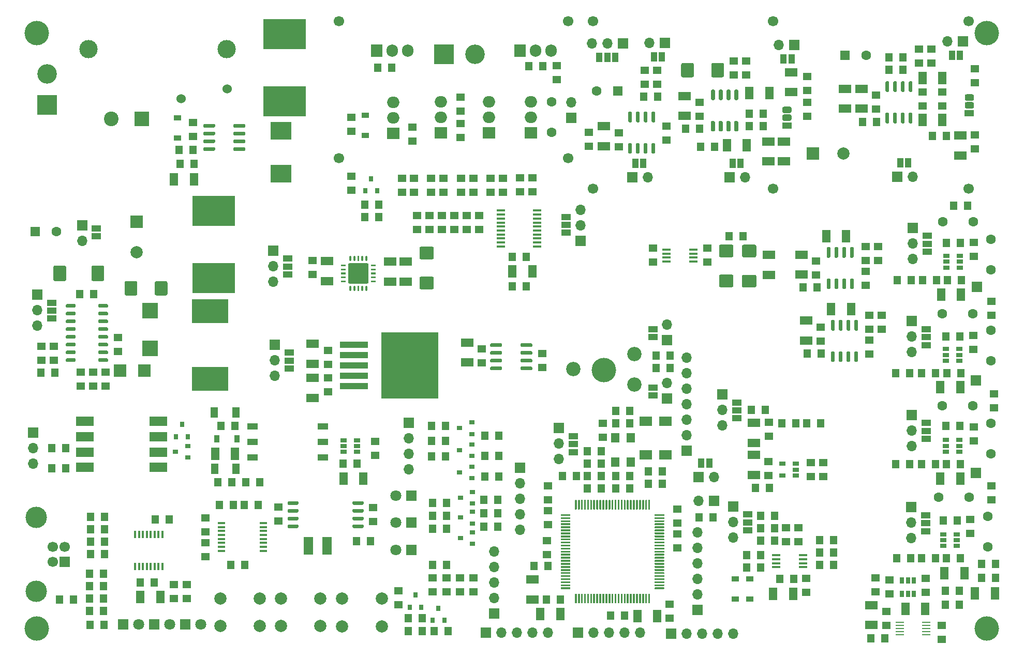
<source format=gbr>
G04 #@! TF.GenerationSoftware,KiCad,Pcbnew,(5.1.8)-1*
G04 #@! TF.CreationDate,2020-12-07T14:59:37+01:00*
G04 #@! TF.ProjectId,PPM,50504d2e-6b69-4636-9164-5f7063625858,rev?*
G04 #@! TF.SameCoordinates,Original*
G04 #@! TF.FileFunction,Soldermask,Top*
G04 #@! TF.FilePolarity,Negative*
%FSLAX46Y46*%
G04 Gerber Fmt 4.6, Leading zero omitted, Abs format (unit mm)*
G04 Created by KiCad (PCBNEW (5.1.8)-1) date 2020-12-07 14:59:37*
%MOMM*%
%LPD*%
G01*
G04 APERTURE LIST*
%ADD10C,1.700000*%
%ADD11R,1.700000X1.100000*%
%ADD12R,1.500000X1.000000*%
%ADD13O,1.700000X1.700000*%
%ADD14R,1.700000X1.700000*%
%ADD15R,2.032000X1.397000*%
%ADD16R,1.397000X1.270000*%
%ADD17R,1.270000X1.397000*%
%ADD18R,1.600000X1.600000*%
%ADD19C,1.600000*%
%ADD20O,2.000000X1.905000*%
%ADD21R,2.000000X1.905000*%
%ADD22R,0.900000X0.800000*%
%ADD23R,0.800000X0.900000*%
%ADD24R,3.000000X1.600000*%
%ADD25C,2.000000*%
%ADD26R,1.397000X2.032000*%
%ADD27R,1.524000X2.921000*%
%ADD28R,1.200000X0.900000*%
%ADD29R,3.500000X3.000000*%
%ADD30R,2.000000X2.000000*%
%ADD31R,0.900000X1.200000*%
%ADD32R,1.300000X1.700000*%
%ADD33C,3.000000*%
%ADD34C,3.200000*%
%ADD35R,3.200000X3.200000*%
%ADD36C,3.500000*%
%ADD37R,7.000000X5.000000*%
%ADD38R,2.500000X2.500000*%
%ADD39R,1.800000X1.800000*%
%ADD40C,1.800000*%
%ADD41R,1.500000X1.050000*%
%ADD42R,1.905000X2.000000*%
%ADD43O,1.905000X2.000000*%
%ADD44C,1.524000*%
%ADD45R,1.060000X0.650000*%
%ADD46R,1.400000X1.600000*%
%ADD47R,4.600000X1.100000*%
%ADD48R,9.400000X10.800000*%
%ADD49R,0.650000X1.060000*%
%ADD50R,1.400000X0.280000*%
%ADD51R,1.450000X0.450000*%
%ADD52R,1.200000X0.400000*%
%ADD53R,0.400000X1.200000*%
%ADD54R,2.000000X1.500000*%
%ADD55C,2.340000*%
%ADD56C,4.000000*%
%ADD57C,2.400000*%
%ADD58R,2.400000X2.400000*%
%ADD59R,6.000000X4.000000*%
%ADD60R,1.000000X1.500000*%
G04 APERTURE END LIST*
D10*
X135000000Y300500000D03*
X103000000Y273000000D03*
D11*
X17809000Y231583000D03*
X17809000Y234123000D03*
X17809000Y229043000D03*
X29309000Y231583000D03*
X29309000Y234123000D03*
X29309000Y229043000D03*
D12*
X23545800Y261573800D03*
X23545800Y260273800D03*
X23545800Y258973800D03*
D13*
X21209000Y257810000D03*
X21209000Y260350000D03*
D14*
X21209000Y262890000D03*
D15*
X40347900Y261061200D03*
X40347900Y257810000D03*
X42913300Y257810000D03*
X42913300Y261061200D03*
G36*
G01*
X36590900Y257031200D02*
X36590900Y256381200D01*
G75*
G02*
X36515900Y256306200I-75000J0D01*
G01*
X36365900Y256306200D01*
G75*
G02*
X36290900Y256381200I0J75000D01*
G01*
X36290900Y257031200D01*
G75*
G02*
X36365900Y257106200I75000J0D01*
G01*
X36515900Y257106200D01*
G75*
G02*
X36590900Y257031200I0J-75000D01*
G01*
G37*
G36*
G01*
X35940900Y257031200D02*
X35940900Y256381200D01*
G75*
G02*
X35865900Y256306200I-75000J0D01*
G01*
X35715900Y256306200D01*
G75*
G02*
X35640900Y256381200I0J75000D01*
G01*
X35640900Y257031200D01*
G75*
G02*
X35715900Y257106200I75000J0D01*
G01*
X35865900Y257106200D01*
G75*
G02*
X35940900Y257031200I0J-75000D01*
G01*
G37*
G36*
G01*
X35290900Y257031200D02*
X35290900Y256381200D01*
G75*
G02*
X35215900Y256306200I-75000J0D01*
G01*
X35065900Y256306200D01*
G75*
G02*
X34990900Y256381200I0J75000D01*
G01*
X34990900Y257031200D01*
G75*
G02*
X35065900Y257106200I75000J0D01*
G01*
X35215900Y257106200D01*
G75*
G02*
X35290900Y257031200I0J-75000D01*
G01*
G37*
G36*
G01*
X34640900Y257031200D02*
X34640900Y256381200D01*
G75*
G02*
X34565900Y256306200I-75000J0D01*
G01*
X34415900Y256306200D01*
G75*
G02*
X34340900Y256381200I0J75000D01*
G01*
X34340900Y257031200D01*
G75*
G02*
X34415900Y257106200I75000J0D01*
G01*
X34565900Y257106200D01*
G75*
G02*
X34640900Y257031200I0J-75000D01*
G01*
G37*
G36*
G01*
X33990900Y257031200D02*
X33990900Y256381200D01*
G75*
G02*
X33915900Y256306200I-75000J0D01*
G01*
X33765900Y256306200D01*
G75*
G02*
X33690900Y256381200I0J75000D01*
G01*
X33690900Y257031200D01*
G75*
G02*
X33765900Y257106200I75000J0D01*
G01*
X33915900Y257106200D01*
G75*
G02*
X33990900Y257031200I0J-75000D01*
G01*
G37*
G36*
G01*
X33090900Y257931200D02*
X33090900Y257781200D01*
G75*
G02*
X33015900Y257706200I-75000J0D01*
G01*
X32365900Y257706200D01*
G75*
G02*
X32290900Y257781200I0J75000D01*
G01*
X32290900Y257931200D01*
G75*
G02*
X32365900Y258006200I75000J0D01*
G01*
X33015900Y258006200D01*
G75*
G02*
X33090900Y257931200I0J-75000D01*
G01*
G37*
G36*
G01*
X33090900Y258581200D02*
X33090900Y258431200D01*
G75*
G02*
X33015900Y258356200I-75000J0D01*
G01*
X32365900Y258356200D01*
G75*
G02*
X32290900Y258431200I0J75000D01*
G01*
X32290900Y258581200D01*
G75*
G02*
X32365900Y258656200I75000J0D01*
G01*
X33015900Y258656200D01*
G75*
G02*
X33090900Y258581200I0J-75000D01*
G01*
G37*
G36*
G01*
X33090900Y259231200D02*
X33090900Y259081200D01*
G75*
G02*
X33015900Y259006200I-75000J0D01*
G01*
X32365900Y259006200D01*
G75*
G02*
X32290900Y259081200I0J75000D01*
G01*
X32290900Y259231200D01*
G75*
G02*
X32365900Y259306200I75000J0D01*
G01*
X33015900Y259306200D01*
G75*
G02*
X33090900Y259231200I0J-75000D01*
G01*
G37*
G36*
G01*
X33090900Y259881200D02*
X33090900Y259731200D01*
G75*
G02*
X33015900Y259656200I-75000J0D01*
G01*
X32365900Y259656200D01*
G75*
G02*
X32290900Y259731200I0J75000D01*
G01*
X32290900Y259881200D01*
G75*
G02*
X32365900Y259956200I75000J0D01*
G01*
X33015900Y259956200D01*
G75*
G02*
X33090900Y259881200I0J-75000D01*
G01*
G37*
G36*
G01*
X33090900Y260531200D02*
X33090900Y260381200D01*
G75*
G02*
X33015900Y260306200I-75000J0D01*
G01*
X32365900Y260306200D01*
G75*
G02*
X32290900Y260381200I0J75000D01*
G01*
X32290900Y260531200D01*
G75*
G02*
X32365900Y260606200I75000J0D01*
G01*
X33015900Y260606200D01*
G75*
G02*
X33090900Y260531200I0J-75000D01*
G01*
G37*
G36*
G01*
X33990900Y261931200D02*
X33990900Y261281200D01*
G75*
G02*
X33915900Y261206200I-75000J0D01*
G01*
X33765900Y261206200D01*
G75*
G02*
X33690900Y261281200I0J75000D01*
G01*
X33690900Y261931200D01*
G75*
G02*
X33765900Y262006200I75000J0D01*
G01*
X33915900Y262006200D01*
G75*
G02*
X33990900Y261931200I0J-75000D01*
G01*
G37*
G36*
G01*
X34640900Y261931200D02*
X34640900Y261281200D01*
G75*
G02*
X34565900Y261206200I-75000J0D01*
G01*
X34415900Y261206200D01*
G75*
G02*
X34340900Y261281200I0J75000D01*
G01*
X34340900Y261931200D01*
G75*
G02*
X34415900Y262006200I75000J0D01*
G01*
X34565900Y262006200D01*
G75*
G02*
X34640900Y261931200I0J-75000D01*
G01*
G37*
G36*
G01*
X35290900Y261931200D02*
X35290900Y261281200D01*
G75*
G02*
X35215900Y261206200I-75000J0D01*
G01*
X35065900Y261206200D01*
G75*
G02*
X34990900Y261281200I0J75000D01*
G01*
X34990900Y261931200D01*
G75*
G02*
X35065900Y262006200I75000J0D01*
G01*
X35215900Y262006200D01*
G75*
G02*
X35290900Y261931200I0J-75000D01*
G01*
G37*
G36*
G01*
X35940900Y261931200D02*
X35940900Y261281200D01*
G75*
G02*
X35865900Y261206200I-75000J0D01*
G01*
X35715900Y261206200D01*
G75*
G02*
X35640900Y261281200I0J75000D01*
G01*
X35640900Y261931200D01*
G75*
G02*
X35715900Y262006200I75000J0D01*
G01*
X35865900Y262006200D01*
G75*
G02*
X35940900Y261931200I0J-75000D01*
G01*
G37*
G36*
G01*
X36590900Y261931200D02*
X36590900Y261281200D01*
G75*
G02*
X36515900Y261206200I-75000J0D01*
G01*
X36365900Y261206200D01*
G75*
G02*
X36290900Y261281200I0J75000D01*
G01*
X36290900Y261931200D01*
G75*
G02*
X36365900Y262006200I75000J0D01*
G01*
X36515900Y262006200D01*
G75*
G02*
X36590900Y261931200I0J-75000D01*
G01*
G37*
G36*
G01*
X37990900Y260531200D02*
X37990900Y260381200D01*
G75*
G02*
X37915900Y260306200I-75000J0D01*
G01*
X37265900Y260306200D01*
G75*
G02*
X37190900Y260381200I0J75000D01*
G01*
X37190900Y260531200D01*
G75*
G02*
X37265900Y260606200I75000J0D01*
G01*
X37915900Y260606200D01*
G75*
G02*
X37990900Y260531200I0J-75000D01*
G01*
G37*
G36*
G01*
X37990900Y259881200D02*
X37990900Y259731200D01*
G75*
G02*
X37915900Y259656200I-75000J0D01*
G01*
X37265900Y259656200D01*
G75*
G02*
X37190900Y259731200I0J75000D01*
G01*
X37190900Y259881200D01*
G75*
G02*
X37265900Y259956200I75000J0D01*
G01*
X37915900Y259956200D01*
G75*
G02*
X37990900Y259881200I0J-75000D01*
G01*
G37*
G36*
G01*
X37990900Y259231200D02*
X37990900Y259081200D01*
G75*
G02*
X37915900Y259006200I-75000J0D01*
G01*
X37265900Y259006200D01*
G75*
G02*
X37190900Y259081200I0J75000D01*
G01*
X37190900Y259231200D01*
G75*
G02*
X37265900Y259306200I75000J0D01*
G01*
X37915900Y259306200D01*
G75*
G02*
X37990900Y259231200I0J-75000D01*
G01*
G37*
G36*
G01*
X37990900Y258581200D02*
X37990900Y258431200D01*
G75*
G02*
X37915900Y258356200I-75000J0D01*
G01*
X37265900Y258356200D01*
G75*
G02*
X37190900Y258431200I0J75000D01*
G01*
X37190900Y258581200D01*
G75*
G02*
X37265900Y258656200I75000J0D01*
G01*
X37915900Y258656200D01*
G75*
G02*
X37990900Y258581200I0J-75000D01*
G01*
G37*
G36*
G01*
X37990900Y257931200D02*
X37990900Y257781200D01*
G75*
G02*
X37915900Y257706200I-75000J0D01*
G01*
X37265900Y257706200D01*
G75*
G02*
X37190900Y257781200I0J75000D01*
G01*
X37190900Y257931200D01*
G75*
G02*
X37265900Y258006200I75000J0D01*
G01*
X37915900Y258006200D01*
G75*
G02*
X37990900Y257931200I0J-75000D01*
G01*
G37*
G36*
G01*
X36815900Y260581201D02*
X36815900Y257731199D01*
G75*
G02*
X36565901Y257481200I-249999J0D01*
G01*
X33715899Y257481200D01*
G75*
G02*
X33465900Y257731199I0J249999D01*
G01*
X33465900Y260581201D01*
G75*
G02*
X33715899Y260831200I249999J0D01*
G01*
X36565901Y260831200D01*
G75*
G02*
X36815900Y260581201I0J-249999D01*
G01*
G37*
D16*
X27622500Y261239000D03*
X27622500Y258953000D03*
D15*
X30060900Y261162800D03*
X30060900Y257911600D03*
G36*
G01*
X47241900Y261470200D02*
X45391900Y261470200D01*
G75*
G02*
X45141900Y261720200I0J250000D01*
G01*
X45141900Y263295200D01*
G75*
G02*
X45391900Y263545200I250000J0D01*
G01*
X47241900Y263545200D01*
G75*
G02*
X47491900Y263295200I0J-250000D01*
G01*
X47491900Y261720200D01*
G75*
G02*
X47241900Y261470200I-250000J0D01*
G01*
G37*
G36*
G01*
X47241900Y256545200D02*
X45391900Y256545200D01*
G75*
G02*
X45141900Y256795200I0J250000D01*
G01*
X45141900Y258370200D01*
G75*
G02*
X45391900Y258620200I250000J0D01*
G01*
X47241900Y258620200D01*
G75*
G02*
X47491900Y258370200I0J-250000D01*
G01*
X47491900Y256795200D01*
G75*
G02*
X47241900Y256545200I-250000J0D01*
G01*
G37*
D17*
X63881000Y211201000D03*
X66167000Y211201000D03*
D16*
X87321000Y216471500D03*
X87321000Y214185500D03*
G36*
G01*
X82654200Y222050900D02*
X82804200Y222050900D01*
G75*
G02*
X82879200Y221975900I0J-75000D01*
G01*
X82879200Y220525900D01*
G75*
G02*
X82804200Y220450900I-75000J0D01*
G01*
X82654200Y220450900D01*
G75*
G02*
X82579200Y220525900I0J75000D01*
G01*
X82579200Y221975900D01*
G75*
G02*
X82654200Y222050900I75000J0D01*
G01*
G37*
G36*
G01*
X82154200Y222050900D02*
X82304200Y222050900D01*
G75*
G02*
X82379200Y221975900I0J-75000D01*
G01*
X82379200Y220525900D01*
G75*
G02*
X82304200Y220450900I-75000J0D01*
G01*
X82154200Y220450900D01*
G75*
G02*
X82079200Y220525900I0J75000D01*
G01*
X82079200Y221975900D01*
G75*
G02*
X82154200Y222050900I75000J0D01*
G01*
G37*
G36*
G01*
X81654200Y222050900D02*
X81804200Y222050900D01*
G75*
G02*
X81879200Y221975900I0J-75000D01*
G01*
X81879200Y220525900D01*
G75*
G02*
X81804200Y220450900I-75000J0D01*
G01*
X81654200Y220450900D01*
G75*
G02*
X81579200Y220525900I0J75000D01*
G01*
X81579200Y221975900D01*
G75*
G02*
X81654200Y222050900I75000J0D01*
G01*
G37*
G36*
G01*
X81154200Y222050900D02*
X81304200Y222050900D01*
G75*
G02*
X81379200Y221975900I0J-75000D01*
G01*
X81379200Y220525900D01*
G75*
G02*
X81304200Y220450900I-75000J0D01*
G01*
X81154200Y220450900D01*
G75*
G02*
X81079200Y220525900I0J75000D01*
G01*
X81079200Y221975900D01*
G75*
G02*
X81154200Y222050900I75000J0D01*
G01*
G37*
G36*
G01*
X80654200Y222050900D02*
X80804200Y222050900D01*
G75*
G02*
X80879200Y221975900I0J-75000D01*
G01*
X80879200Y220525900D01*
G75*
G02*
X80804200Y220450900I-75000J0D01*
G01*
X80654200Y220450900D01*
G75*
G02*
X80579200Y220525900I0J75000D01*
G01*
X80579200Y221975900D01*
G75*
G02*
X80654200Y222050900I75000J0D01*
G01*
G37*
G36*
G01*
X80154200Y222050900D02*
X80304200Y222050900D01*
G75*
G02*
X80379200Y221975900I0J-75000D01*
G01*
X80379200Y220525900D01*
G75*
G02*
X80304200Y220450900I-75000J0D01*
G01*
X80154200Y220450900D01*
G75*
G02*
X80079200Y220525900I0J75000D01*
G01*
X80079200Y221975900D01*
G75*
G02*
X80154200Y222050900I75000J0D01*
G01*
G37*
G36*
G01*
X79654200Y222050900D02*
X79804200Y222050900D01*
G75*
G02*
X79879200Y221975900I0J-75000D01*
G01*
X79879200Y220525900D01*
G75*
G02*
X79804200Y220450900I-75000J0D01*
G01*
X79654200Y220450900D01*
G75*
G02*
X79579200Y220525900I0J75000D01*
G01*
X79579200Y221975900D01*
G75*
G02*
X79654200Y222050900I75000J0D01*
G01*
G37*
G36*
G01*
X79154200Y222050900D02*
X79304200Y222050900D01*
G75*
G02*
X79379200Y221975900I0J-75000D01*
G01*
X79379200Y220525900D01*
G75*
G02*
X79304200Y220450900I-75000J0D01*
G01*
X79154200Y220450900D01*
G75*
G02*
X79079200Y220525900I0J75000D01*
G01*
X79079200Y221975900D01*
G75*
G02*
X79154200Y222050900I75000J0D01*
G01*
G37*
G36*
G01*
X78654200Y222050900D02*
X78804200Y222050900D01*
G75*
G02*
X78879200Y221975900I0J-75000D01*
G01*
X78879200Y220525900D01*
G75*
G02*
X78804200Y220450900I-75000J0D01*
G01*
X78654200Y220450900D01*
G75*
G02*
X78579200Y220525900I0J75000D01*
G01*
X78579200Y221975900D01*
G75*
G02*
X78654200Y222050900I75000J0D01*
G01*
G37*
G36*
G01*
X78154200Y222050900D02*
X78304200Y222050900D01*
G75*
G02*
X78379200Y221975900I0J-75000D01*
G01*
X78379200Y220525900D01*
G75*
G02*
X78304200Y220450900I-75000J0D01*
G01*
X78154200Y220450900D01*
G75*
G02*
X78079200Y220525900I0J75000D01*
G01*
X78079200Y221975900D01*
G75*
G02*
X78154200Y222050900I75000J0D01*
G01*
G37*
G36*
G01*
X77654200Y222050900D02*
X77804200Y222050900D01*
G75*
G02*
X77879200Y221975900I0J-75000D01*
G01*
X77879200Y220525900D01*
G75*
G02*
X77804200Y220450900I-75000J0D01*
G01*
X77654200Y220450900D01*
G75*
G02*
X77579200Y220525900I0J75000D01*
G01*
X77579200Y221975900D01*
G75*
G02*
X77654200Y222050900I75000J0D01*
G01*
G37*
G36*
G01*
X77154200Y222050900D02*
X77304200Y222050900D01*
G75*
G02*
X77379200Y221975900I0J-75000D01*
G01*
X77379200Y220525900D01*
G75*
G02*
X77304200Y220450900I-75000J0D01*
G01*
X77154200Y220450900D01*
G75*
G02*
X77079200Y220525900I0J75000D01*
G01*
X77079200Y221975900D01*
G75*
G02*
X77154200Y222050900I75000J0D01*
G01*
G37*
G36*
G01*
X76654200Y222050900D02*
X76804200Y222050900D01*
G75*
G02*
X76879200Y221975900I0J-75000D01*
G01*
X76879200Y220525900D01*
G75*
G02*
X76804200Y220450900I-75000J0D01*
G01*
X76654200Y220450900D01*
G75*
G02*
X76579200Y220525900I0J75000D01*
G01*
X76579200Y221975900D01*
G75*
G02*
X76654200Y222050900I75000J0D01*
G01*
G37*
G36*
G01*
X76154200Y222050900D02*
X76304200Y222050900D01*
G75*
G02*
X76379200Y221975900I0J-75000D01*
G01*
X76379200Y220525900D01*
G75*
G02*
X76304200Y220450900I-75000J0D01*
G01*
X76154200Y220450900D01*
G75*
G02*
X76079200Y220525900I0J75000D01*
G01*
X76079200Y221975900D01*
G75*
G02*
X76154200Y222050900I75000J0D01*
G01*
G37*
G36*
G01*
X75654200Y222050900D02*
X75804200Y222050900D01*
G75*
G02*
X75879200Y221975900I0J-75000D01*
G01*
X75879200Y220525900D01*
G75*
G02*
X75804200Y220450900I-75000J0D01*
G01*
X75654200Y220450900D01*
G75*
G02*
X75579200Y220525900I0J75000D01*
G01*
X75579200Y221975900D01*
G75*
G02*
X75654200Y222050900I75000J0D01*
G01*
G37*
G36*
G01*
X75154200Y222050900D02*
X75304200Y222050900D01*
G75*
G02*
X75379200Y221975900I0J-75000D01*
G01*
X75379200Y220525900D01*
G75*
G02*
X75304200Y220450900I-75000J0D01*
G01*
X75154200Y220450900D01*
G75*
G02*
X75079200Y220525900I0J75000D01*
G01*
X75079200Y221975900D01*
G75*
G02*
X75154200Y222050900I75000J0D01*
G01*
G37*
G36*
G01*
X74654200Y222050900D02*
X74804200Y222050900D01*
G75*
G02*
X74879200Y221975900I0J-75000D01*
G01*
X74879200Y220525900D01*
G75*
G02*
X74804200Y220450900I-75000J0D01*
G01*
X74654200Y220450900D01*
G75*
G02*
X74579200Y220525900I0J75000D01*
G01*
X74579200Y221975900D01*
G75*
G02*
X74654200Y222050900I75000J0D01*
G01*
G37*
G36*
G01*
X74154200Y222050900D02*
X74304200Y222050900D01*
G75*
G02*
X74379200Y221975900I0J-75000D01*
G01*
X74379200Y220525900D01*
G75*
G02*
X74304200Y220450900I-75000J0D01*
G01*
X74154200Y220450900D01*
G75*
G02*
X74079200Y220525900I0J75000D01*
G01*
X74079200Y221975900D01*
G75*
G02*
X74154200Y222050900I75000J0D01*
G01*
G37*
G36*
G01*
X73654200Y222050900D02*
X73804200Y222050900D01*
G75*
G02*
X73879200Y221975900I0J-75000D01*
G01*
X73879200Y220525900D01*
G75*
G02*
X73804200Y220450900I-75000J0D01*
G01*
X73654200Y220450900D01*
G75*
G02*
X73579200Y220525900I0J75000D01*
G01*
X73579200Y221975900D01*
G75*
G02*
X73654200Y222050900I75000J0D01*
G01*
G37*
G36*
G01*
X73154200Y222050900D02*
X73304200Y222050900D01*
G75*
G02*
X73379200Y221975900I0J-75000D01*
G01*
X73379200Y220525900D01*
G75*
G02*
X73304200Y220450900I-75000J0D01*
G01*
X73154200Y220450900D01*
G75*
G02*
X73079200Y220525900I0J75000D01*
G01*
X73079200Y221975900D01*
G75*
G02*
X73154200Y222050900I75000J0D01*
G01*
G37*
G36*
G01*
X72654200Y222050900D02*
X72804200Y222050900D01*
G75*
G02*
X72879200Y221975900I0J-75000D01*
G01*
X72879200Y220525900D01*
G75*
G02*
X72804200Y220450900I-75000J0D01*
G01*
X72654200Y220450900D01*
G75*
G02*
X72579200Y220525900I0J75000D01*
G01*
X72579200Y221975900D01*
G75*
G02*
X72654200Y222050900I75000J0D01*
G01*
G37*
G36*
G01*
X72154200Y222050900D02*
X72304200Y222050900D01*
G75*
G02*
X72379200Y221975900I0J-75000D01*
G01*
X72379200Y220525900D01*
G75*
G02*
X72304200Y220450900I-75000J0D01*
G01*
X72154200Y220450900D01*
G75*
G02*
X72079200Y220525900I0J75000D01*
G01*
X72079200Y221975900D01*
G75*
G02*
X72154200Y222050900I75000J0D01*
G01*
G37*
G36*
G01*
X71654200Y222050900D02*
X71804200Y222050900D01*
G75*
G02*
X71879200Y221975900I0J-75000D01*
G01*
X71879200Y220525900D01*
G75*
G02*
X71804200Y220450900I-75000J0D01*
G01*
X71654200Y220450900D01*
G75*
G02*
X71579200Y220525900I0J75000D01*
G01*
X71579200Y221975900D01*
G75*
G02*
X71654200Y222050900I75000J0D01*
G01*
G37*
G36*
G01*
X71154200Y222050900D02*
X71304200Y222050900D01*
G75*
G02*
X71379200Y221975900I0J-75000D01*
G01*
X71379200Y220525900D01*
G75*
G02*
X71304200Y220450900I-75000J0D01*
G01*
X71154200Y220450900D01*
G75*
G02*
X71079200Y220525900I0J75000D01*
G01*
X71079200Y221975900D01*
G75*
G02*
X71154200Y222050900I75000J0D01*
G01*
G37*
G36*
G01*
X70654200Y222050900D02*
X70804200Y222050900D01*
G75*
G02*
X70879200Y221975900I0J-75000D01*
G01*
X70879200Y220525900D01*
G75*
G02*
X70804200Y220450900I-75000J0D01*
G01*
X70654200Y220450900D01*
G75*
G02*
X70579200Y220525900I0J75000D01*
G01*
X70579200Y221975900D01*
G75*
G02*
X70654200Y222050900I75000J0D01*
G01*
G37*
G36*
G01*
X68329200Y219725900D02*
X69779200Y219725900D01*
G75*
G02*
X69854200Y219650900I0J-75000D01*
G01*
X69854200Y219500900D01*
G75*
G02*
X69779200Y219425900I-75000J0D01*
G01*
X68329200Y219425900D01*
G75*
G02*
X68254200Y219500900I0J75000D01*
G01*
X68254200Y219650900D01*
G75*
G02*
X68329200Y219725900I75000J0D01*
G01*
G37*
G36*
G01*
X68329200Y219225900D02*
X69779200Y219225900D01*
G75*
G02*
X69854200Y219150900I0J-75000D01*
G01*
X69854200Y219000900D01*
G75*
G02*
X69779200Y218925900I-75000J0D01*
G01*
X68329200Y218925900D01*
G75*
G02*
X68254200Y219000900I0J75000D01*
G01*
X68254200Y219150900D01*
G75*
G02*
X68329200Y219225900I75000J0D01*
G01*
G37*
G36*
G01*
X68329200Y218725900D02*
X69779200Y218725900D01*
G75*
G02*
X69854200Y218650900I0J-75000D01*
G01*
X69854200Y218500900D01*
G75*
G02*
X69779200Y218425900I-75000J0D01*
G01*
X68329200Y218425900D01*
G75*
G02*
X68254200Y218500900I0J75000D01*
G01*
X68254200Y218650900D01*
G75*
G02*
X68329200Y218725900I75000J0D01*
G01*
G37*
G36*
G01*
X68329200Y218225900D02*
X69779200Y218225900D01*
G75*
G02*
X69854200Y218150900I0J-75000D01*
G01*
X69854200Y218000900D01*
G75*
G02*
X69779200Y217925900I-75000J0D01*
G01*
X68329200Y217925900D01*
G75*
G02*
X68254200Y218000900I0J75000D01*
G01*
X68254200Y218150900D01*
G75*
G02*
X68329200Y218225900I75000J0D01*
G01*
G37*
G36*
G01*
X68329200Y217725900D02*
X69779200Y217725900D01*
G75*
G02*
X69854200Y217650900I0J-75000D01*
G01*
X69854200Y217500900D01*
G75*
G02*
X69779200Y217425900I-75000J0D01*
G01*
X68329200Y217425900D01*
G75*
G02*
X68254200Y217500900I0J75000D01*
G01*
X68254200Y217650900D01*
G75*
G02*
X68329200Y217725900I75000J0D01*
G01*
G37*
G36*
G01*
X68329200Y217225900D02*
X69779200Y217225900D01*
G75*
G02*
X69854200Y217150900I0J-75000D01*
G01*
X69854200Y217000900D01*
G75*
G02*
X69779200Y216925900I-75000J0D01*
G01*
X68329200Y216925900D01*
G75*
G02*
X68254200Y217000900I0J75000D01*
G01*
X68254200Y217150900D01*
G75*
G02*
X68329200Y217225900I75000J0D01*
G01*
G37*
G36*
G01*
X68329200Y216725900D02*
X69779200Y216725900D01*
G75*
G02*
X69854200Y216650900I0J-75000D01*
G01*
X69854200Y216500900D01*
G75*
G02*
X69779200Y216425900I-75000J0D01*
G01*
X68329200Y216425900D01*
G75*
G02*
X68254200Y216500900I0J75000D01*
G01*
X68254200Y216650900D01*
G75*
G02*
X68329200Y216725900I75000J0D01*
G01*
G37*
G36*
G01*
X68329200Y216225900D02*
X69779200Y216225900D01*
G75*
G02*
X69854200Y216150900I0J-75000D01*
G01*
X69854200Y216000900D01*
G75*
G02*
X69779200Y215925900I-75000J0D01*
G01*
X68329200Y215925900D01*
G75*
G02*
X68254200Y216000900I0J75000D01*
G01*
X68254200Y216150900D01*
G75*
G02*
X68329200Y216225900I75000J0D01*
G01*
G37*
G36*
G01*
X68329200Y215725900D02*
X69779200Y215725900D01*
G75*
G02*
X69854200Y215650900I0J-75000D01*
G01*
X69854200Y215500900D01*
G75*
G02*
X69779200Y215425900I-75000J0D01*
G01*
X68329200Y215425900D01*
G75*
G02*
X68254200Y215500900I0J75000D01*
G01*
X68254200Y215650900D01*
G75*
G02*
X68329200Y215725900I75000J0D01*
G01*
G37*
G36*
G01*
X68329200Y215225900D02*
X69779200Y215225900D01*
G75*
G02*
X69854200Y215150900I0J-75000D01*
G01*
X69854200Y215000900D01*
G75*
G02*
X69779200Y214925900I-75000J0D01*
G01*
X68329200Y214925900D01*
G75*
G02*
X68254200Y215000900I0J75000D01*
G01*
X68254200Y215150900D01*
G75*
G02*
X68329200Y215225900I75000J0D01*
G01*
G37*
G36*
G01*
X68329200Y214725900D02*
X69779200Y214725900D01*
G75*
G02*
X69854200Y214650900I0J-75000D01*
G01*
X69854200Y214500900D01*
G75*
G02*
X69779200Y214425900I-75000J0D01*
G01*
X68329200Y214425900D01*
G75*
G02*
X68254200Y214500900I0J75000D01*
G01*
X68254200Y214650900D01*
G75*
G02*
X68329200Y214725900I75000J0D01*
G01*
G37*
G36*
G01*
X68329200Y214225900D02*
X69779200Y214225900D01*
G75*
G02*
X69854200Y214150900I0J-75000D01*
G01*
X69854200Y214000900D01*
G75*
G02*
X69779200Y213925900I-75000J0D01*
G01*
X68329200Y213925900D01*
G75*
G02*
X68254200Y214000900I0J75000D01*
G01*
X68254200Y214150900D01*
G75*
G02*
X68329200Y214225900I75000J0D01*
G01*
G37*
G36*
G01*
X68329200Y213725900D02*
X69779200Y213725900D01*
G75*
G02*
X69854200Y213650900I0J-75000D01*
G01*
X69854200Y213500900D01*
G75*
G02*
X69779200Y213425900I-75000J0D01*
G01*
X68329200Y213425900D01*
G75*
G02*
X68254200Y213500900I0J75000D01*
G01*
X68254200Y213650900D01*
G75*
G02*
X68329200Y213725900I75000J0D01*
G01*
G37*
G36*
G01*
X68329200Y213225900D02*
X69779200Y213225900D01*
G75*
G02*
X69854200Y213150900I0J-75000D01*
G01*
X69854200Y213000900D01*
G75*
G02*
X69779200Y212925900I-75000J0D01*
G01*
X68329200Y212925900D01*
G75*
G02*
X68254200Y213000900I0J75000D01*
G01*
X68254200Y213150900D01*
G75*
G02*
X68329200Y213225900I75000J0D01*
G01*
G37*
G36*
G01*
X68329200Y212725900D02*
X69779200Y212725900D01*
G75*
G02*
X69854200Y212650900I0J-75000D01*
G01*
X69854200Y212500900D01*
G75*
G02*
X69779200Y212425900I-75000J0D01*
G01*
X68329200Y212425900D01*
G75*
G02*
X68254200Y212500900I0J75000D01*
G01*
X68254200Y212650900D01*
G75*
G02*
X68329200Y212725900I75000J0D01*
G01*
G37*
G36*
G01*
X68329200Y212225900D02*
X69779200Y212225900D01*
G75*
G02*
X69854200Y212150900I0J-75000D01*
G01*
X69854200Y212000900D01*
G75*
G02*
X69779200Y211925900I-75000J0D01*
G01*
X68329200Y211925900D01*
G75*
G02*
X68254200Y212000900I0J75000D01*
G01*
X68254200Y212150900D01*
G75*
G02*
X68329200Y212225900I75000J0D01*
G01*
G37*
G36*
G01*
X68329200Y211725900D02*
X69779200Y211725900D01*
G75*
G02*
X69854200Y211650900I0J-75000D01*
G01*
X69854200Y211500900D01*
G75*
G02*
X69779200Y211425900I-75000J0D01*
G01*
X68329200Y211425900D01*
G75*
G02*
X68254200Y211500900I0J75000D01*
G01*
X68254200Y211650900D01*
G75*
G02*
X68329200Y211725900I75000J0D01*
G01*
G37*
G36*
G01*
X68329200Y211225900D02*
X69779200Y211225900D01*
G75*
G02*
X69854200Y211150900I0J-75000D01*
G01*
X69854200Y211000900D01*
G75*
G02*
X69779200Y210925900I-75000J0D01*
G01*
X68329200Y210925900D01*
G75*
G02*
X68254200Y211000900I0J75000D01*
G01*
X68254200Y211150900D01*
G75*
G02*
X68329200Y211225900I75000J0D01*
G01*
G37*
G36*
G01*
X68329200Y210725900D02*
X69779200Y210725900D01*
G75*
G02*
X69854200Y210650900I0J-75000D01*
G01*
X69854200Y210500900D01*
G75*
G02*
X69779200Y210425900I-75000J0D01*
G01*
X68329200Y210425900D01*
G75*
G02*
X68254200Y210500900I0J75000D01*
G01*
X68254200Y210650900D01*
G75*
G02*
X68329200Y210725900I75000J0D01*
G01*
G37*
G36*
G01*
X68329200Y210225900D02*
X69779200Y210225900D01*
G75*
G02*
X69854200Y210150900I0J-75000D01*
G01*
X69854200Y210000900D01*
G75*
G02*
X69779200Y209925900I-75000J0D01*
G01*
X68329200Y209925900D01*
G75*
G02*
X68254200Y210000900I0J75000D01*
G01*
X68254200Y210150900D01*
G75*
G02*
X68329200Y210225900I75000J0D01*
G01*
G37*
G36*
G01*
X68329200Y209725900D02*
X69779200Y209725900D01*
G75*
G02*
X69854200Y209650900I0J-75000D01*
G01*
X69854200Y209500900D01*
G75*
G02*
X69779200Y209425900I-75000J0D01*
G01*
X68329200Y209425900D01*
G75*
G02*
X68254200Y209500900I0J75000D01*
G01*
X68254200Y209650900D01*
G75*
G02*
X68329200Y209725900I75000J0D01*
G01*
G37*
G36*
G01*
X68329200Y209225900D02*
X69779200Y209225900D01*
G75*
G02*
X69854200Y209150900I0J-75000D01*
G01*
X69854200Y209000900D01*
G75*
G02*
X69779200Y208925900I-75000J0D01*
G01*
X68329200Y208925900D01*
G75*
G02*
X68254200Y209000900I0J75000D01*
G01*
X68254200Y209150900D01*
G75*
G02*
X68329200Y209225900I75000J0D01*
G01*
G37*
G36*
G01*
X68329200Y208725900D02*
X69779200Y208725900D01*
G75*
G02*
X69854200Y208650900I0J-75000D01*
G01*
X69854200Y208500900D01*
G75*
G02*
X69779200Y208425900I-75000J0D01*
G01*
X68329200Y208425900D01*
G75*
G02*
X68254200Y208500900I0J75000D01*
G01*
X68254200Y208650900D01*
G75*
G02*
X68329200Y208725900I75000J0D01*
G01*
G37*
G36*
G01*
X68329200Y208225900D02*
X69779200Y208225900D01*
G75*
G02*
X69854200Y208150900I0J-75000D01*
G01*
X69854200Y208000900D01*
G75*
G02*
X69779200Y207925900I-75000J0D01*
G01*
X68329200Y207925900D01*
G75*
G02*
X68254200Y208000900I0J75000D01*
G01*
X68254200Y208150900D01*
G75*
G02*
X68329200Y208225900I75000J0D01*
G01*
G37*
G36*
G01*
X68329200Y207725900D02*
X69779200Y207725900D01*
G75*
G02*
X69854200Y207650900I0J-75000D01*
G01*
X69854200Y207500900D01*
G75*
G02*
X69779200Y207425900I-75000J0D01*
G01*
X68329200Y207425900D01*
G75*
G02*
X68254200Y207500900I0J75000D01*
G01*
X68254200Y207650900D01*
G75*
G02*
X68329200Y207725900I75000J0D01*
G01*
G37*
G36*
G01*
X70654200Y206700900D02*
X70804200Y206700900D01*
G75*
G02*
X70879200Y206625900I0J-75000D01*
G01*
X70879200Y205175900D01*
G75*
G02*
X70804200Y205100900I-75000J0D01*
G01*
X70654200Y205100900D01*
G75*
G02*
X70579200Y205175900I0J75000D01*
G01*
X70579200Y206625900D01*
G75*
G02*
X70654200Y206700900I75000J0D01*
G01*
G37*
G36*
G01*
X71154200Y206700900D02*
X71304200Y206700900D01*
G75*
G02*
X71379200Y206625900I0J-75000D01*
G01*
X71379200Y205175900D01*
G75*
G02*
X71304200Y205100900I-75000J0D01*
G01*
X71154200Y205100900D01*
G75*
G02*
X71079200Y205175900I0J75000D01*
G01*
X71079200Y206625900D01*
G75*
G02*
X71154200Y206700900I75000J0D01*
G01*
G37*
G36*
G01*
X71654200Y206700900D02*
X71804200Y206700900D01*
G75*
G02*
X71879200Y206625900I0J-75000D01*
G01*
X71879200Y205175900D01*
G75*
G02*
X71804200Y205100900I-75000J0D01*
G01*
X71654200Y205100900D01*
G75*
G02*
X71579200Y205175900I0J75000D01*
G01*
X71579200Y206625900D01*
G75*
G02*
X71654200Y206700900I75000J0D01*
G01*
G37*
G36*
G01*
X72154200Y206700900D02*
X72304200Y206700900D01*
G75*
G02*
X72379200Y206625900I0J-75000D01*
G01*
X72379200Y205175900D01*
G75*
G02*
X72304200Y205100900I-75000J0D01*
G01*
X72154200Y205100900D01*
G75*
G02*
X72079200Y205175900I0J75000D01*
G01*
X72079200Y206625900D01*
G75*
G02*
X72154200Y206700900I75000J0D01*
G01*
G37*
G36*
G01*
X72654200Y206700900D02*
X72804200Y206700900D01*
G75*
G02*
X72879200Y206625900I0J-75000D01*
G01*
X72879200Y205175900D01*
G75*
G02*
X72804200Y205100900I-75000J0D01*
G01*
X72654200Y205100900D01*
G75*
G02*
X72579200Y205175900I0J75000D01*
G01*
X72579200Y206625900D01*
G75*
G02*
X72654200Y206700900I75000J0D01*
G01*
G37*
G36*
G01*
X73154200Y206700900D02*
X73304200Y206700900D01*
G75*
G02*
X73379200Y206625900I0J-75000D01*
G01*
X73379200Y205175900D01*
G75*
G02*
X73304200Y205100900I-75000J0D01*
G01*
X73154200Y205100900D01*
G75*
G02*
X73079200Y205175900I0J75000D01*
G01*
X73079200Y206625900D01*
G75*
G02*
X73154200Y206700900I75000J0D01*
G01*
G37*
G36*
G01*
X73654200Y206700900D02*
X73804200Y206700900D01*
G75*
G02*
X73879200Y206625900I0J-75000D01*
G01*
X73879200Y205175900D01*
G75*
G02*
X73804200Y205100900I-75000J0D01*
G01*
X73654200Y205100900D01*
G75*
G02*
X73579200Y205175900I0J75000D01*
G01*
X73579200Y206625900D01*
G75*
G02*
X73654200Y206700900I75000J0D01*
G01*
G37*
G36*
G01*
X74154200Y206700900D02*
X74304200Y206700900D01*
G75*
G02*
X74379200Y206625900I0J-75000D01*
G01*
X74379200Y205175900D01*
G75*
G02*
X74304200Y205100900I-75000J0D01*
G01*
X74154200Y205100900D01*
G75*
G02*
X74079200Y205175900I0J75000D01*
G01*
X74079200Y206625900D01*
G75*
G02*
X74154200Y206700900I75000J0D01*
G01*
G37*
G36*
G01*
X74654200Y206700900D02*
X74804200Y206700900D01*
G75*
G02*
X74879200Y206625900I0J-75000D01*
G01*
X74879200Y205175900D01*
G75*
G02*
X74804200Y205100900I-75000J0D01*
G01*
X74654200Y205100900D01*
G75*
G02*
X74579200Y205175900I0J75000D01*
G01*
X74579200Y206625900D01*
G75*
G02*
X74654200Y206700900I75000J0D01*
G01*
G37*
G36*
G01*
X75154200Y206700900D02*
X75304200Y206700900D01*
G75*
G02*
X75379200Y206625900I0J-75000D01*
G01*
X75379200Y205175900D01*
G75*
G02*
X75304200Y205100900I-75000J0D01*
G01*
X75154200Y205100900D01*
G75*
G02*
X75079200Y205175900I0J75000D01*
G01*
X75079200Y206625900D01*
G75*
G02*
X75154200Y206700900I75000J0D01*
G01*
G37*
G36*
G01*
X75654200Y206700900D02*
X75804200Y206700900D01*
G75*
G02*
X75879200Y206625900I0J-75000D01*
G01*
X75879200Y205175900D01*
G75*
G02*
X75804200Y205100900I-75000J0D01*
G01*
X75654200Y205100900D01*
G75*
G02*
X75579200Y205175900I0J75000D01*
G01*
X75579200Y206625900D01*
G75*
G02*
X75654200Y206700900I75000J0D01*
G01*
G37*
G36*
G01*
X76154200Y206700900D02*
X76304200Y206700900D01*
G75*
G02*
X76379200Y206625900I0J-75000D01*
G01*
X76379200Y205175900D01*
G75*
G02*
X76304200Y205100900I-75000J0D01*
G01*
X76154200Y205100900D01*
G75*
G02*
X76079200Y205175900I0J75000D01*
G01*
X76079200Y206625900D01*
G75*
G02*
X76154200Y206700900I75000J0D01*
G01*
G37*
G36*
G01*
X76654200Y206700900D02*
X76804200Y206700900D01*
G75*
G02*
X76879200Y206625900I0J-75000D01*
G01*
X76879200Y205175900D01*
G75*
G02*
X76804200Y205100900I-75000J0D01*
G01*
X76654200Y205100900D01*
G75*
G02*
X76579200Y205175900I0J75000D01*
G01*
X76579200Y206625900D01*
G75*
G02*
X76654200Y206700900I75000J0D01*
G01*
G37*
G36*
G01*
X77154200Y206700900D02*
X77304200Y206700900D01*
G75*
G02*
X77379200Y206625900I0J-75000D01*
G01*
X77379200Y205175900D01*
G75*
G02*
X77304200Y205100900I-75000J0D01*
G01*
X77154200Y205100900D01*
G75*
G02*
X77079200Y205175900I0J75000D01*
G01*
X77079200Y206625900D01*
G75*
G02*
X77154200Y206700900I75000J0D01*
G01*
G37*
G36*
G01*
X77654200Y206700900D02*
X77804200Y206700900D01*
G75*
G02*
X77879200Y206625900I0J-75000D01*
G01*
X77879200Y205175900D01*
G75*
G02*
X77804200Y205100900I-75000J0D01*
G01*
X77654200Y205100900D01*
G75*
G02*
X77579200Y205175900I0J75000D01*
G01*
X77579200Y206625900D01*
G75*
G02*
X77654200Y206700900I75000J0D01*
G01*
G37*
G36*
G01*
X78154200Y206700900D02*
X78304200Y206700900D01*
G75*
G02*
X78379200Y206625900I0J-75000D01*
G01*
X78379200Y205175900D01*
G75*
G02*
X78304200Y205100900I-75000J0D01*
G01*
X78154200Y205100900D01*
G75*
G02*
X78079200Y205175900I0J75000D01*
G01*
X78079200Y206625900D01*
G75*
G02*
X78154200Y206700900I75000J0D01*
G01*
G37*
G36*
G01*
X78654200Y206700900D02*
X78804200Y206700900D01*
G75*
G02*
X78879200Y206625900I0J-75000D01*
G01*
X78879200Y205175900D01*
G75*
G02*
X78804200Y205100900I-75000J0D01*
G01*
X78654200Y205100900D01*
G75*
G02*
X78579200Y205175900I0J75000D01*
G01*
X78579200Y206625900D01*
G75*
G02*
X78654200Y206700900I75000J0D01*
G01*
G37*
G36*
G01*
X79154200Y206700900D02*
X79304200Y206700900D01*
G75*
G02*
X79379200Y206625900I0J-75000D01*
G01*
X79379200Y205175900D01*
G75*
G02*
X79304200Y205100900I-75000J0D01*
G01*
X79154200Y205100900D01*
G75*
G02*
X79079200Y205175900I0J75000D01*
G01*
X79079200Y206625900D01*
G75*
G02*
X79154200Y206700900I75000J0D01*
G01*
G37*
G36*
G01*
X79654200Y206700900D02*
X79804200Y206700900D01*
G75*
G02*
X79879200Y206625900I0J-75000D01*
G01*
X79879200Y205175900D01*
G75*
G02*
X79804200Y205100900I-75000J0D01*
G01*
X79654200Y205100900D01*
G75*
G02*
X79579200Y205175900I0J75000D01*
G01*
X79579200Y206625900D01*
G75*
G02*
X79654200Y206700900I75000J0D01*
G01*
G37*
G36*
G01*
X80154200Y206700900D02*
X80304200Y206700900D01*
G75*
G02*
X80379200Y206625900I0J-75000D01*
G01*
X80379200Y205175900D01*
G75*
G02*
X80304200Y205100900I-75000J0D01*
G01*
X80154200Y205100900D01*
G75*
G02*
X80079200Y205175900I0J75000D01*
G01*
X80079200Y206625900D01*
G75*
G02*
X80154200Y206700900I75000J0D01*
G01*
G37*
G36*
G01*
X80654200Y206700900D02*
X80804200Y206700900D01*
G75*
G02*
X80879200Y206625900I0J-75000D01*
G01*
X80879200Y205175900D01*
G75*
G02*
X80804200Y205100900I-75000J0D01*
G01*
X80654200Y205100900D01*
G75*
G02*
X80579200Y205175900I0J75000D01*
G01*
X80579200Y206625900D01*
G75*
G02*
X80654200Y206700900I75000J0D01*
G01*
G37*
G36*
G01*
X81154200Y206700900D02*
X81304200Y206700900D01*
G75*
G02*
X81379200Y206625900I0J-75000D01*
G01*
X81379200Y205175900D01*
G75*
G02*
X81304200Y205100900I-75000J0D01*
G01*
X81154200Y205100900D01*
G75*
G02*
X81079200Y205175900I0J75000D01*
G01*
X81079200Y206625900D01*
G75*
G02*
X81154200Y206700900I75000J0D01*
G01*
G37*
G36*
G01*
X81654200Y206700900D02*
X81804200Y206700900D01*
G75*
G02*
X81879200Y206625900I0J-75000D01*
G01*
X81879200Y205175900D01*
G75*
G02*
X81804200Y205100900I-75000J0D01*
G01*
X81654200Y205100900D01*
G75*
G02*
X81579200Y205175900I0J75000D01*
G01*
X81579200Y206625900D01*
G75*
G02*
X81654200Y206700900I75000J0D01*
G01*
G37*
G36*
G01*
X82154200Y206700900D02*
X82304200Y206700900D01*
G75*
G02*
X82379200Y206625900I0J-75000D01*
G01*
X82379200Y205175900D01*
G75*
G02*
X82304200Y205100900I-75000J0D01*
G01*
X82154200Y205100900D01*
G75*
G02*
X82079200Y205175900I0J75000D01*
G01*
X82079200Y206625900D01*
G75*
G02*
X82154200Y206700900I75000J0D01*
G01*
G37*
G36*
G01*
X82654200Y206700900D02*
X82804200Y206700900D01*
G75*
G02*
X82879200Y206625900I0J-75000D01*
G01*
X82879200Y205175900D01*
G75*
G02*
X82804200Y205100900I-75000J0D01*
G01*
X82654200Y205100900D01*
G75*
G02*
X82579200Y205175900I0J75000D01*
G01*
X82579200Y206625900D01*
G75*
G02*
X82654200Y206700900I75000J0D01*
G01*
G37*
G36*
G01*
X83679200Y207725900D02*
X85129200Y207725900D01*
G75*
G02*
X85204200Y207650900I0J-75000D01*
G01*
X85204200Y207500900D01*
G75*
G02*
X85129200Y207425900I-75000J0D01*
G01*
X83679200Y207425900D01*
G75*
G02*
X83604200Y207500900I0J75000D01*
G01*
X83604200Y207650900D01*
G75*
G02*
X83679200Y207725900I75000J0D01*
G01*
G37*
G36*
G01*
X83679200Y208225900D02*
X85129200Y208225900D01*
G75*
G02*
X85204200Y208150900I0J-75000D01*
G01*
X85204200Y208000900D01*
G75*
G02*
X85129200Y207925900I-75000J0D01*
G01*
X83679200Y207925900D01*
G75*
G02*
X83604200Y208000900I0J75000D01*
G01*
X83604200Y208150900D01*
G75*
G02*
X83679200Y208225900I75000J0D01*
G01*
G37*
G36*
G01*
X83679200Y208725900D02*
X85129200Y208725900D01*
G75*
G02*
X85204200Y208650900I0J-75000D01*
G01*
X85204200Y208500900D01*
G75*
G02*
X85129200Y208425900I-75000J0D01*
G01*
X83679200Y208425900D01*
G75*
G02*
X83604200Y208500900I0J75000D01*
G01*
X83604200Y208650900D01*
G75*
G02*
X83679200Y208725900I75000J0D01*
G01*
G37*
G36*
G01*
X83679200Y209225900D02*
X85129200Y209225900D01*
G75*
G02*
X85204200Y209150900I0J-75000D01*
G01*
X85204200Y209000900D01*
G75*
G02*
X85129200Y208925900I-75000J0D01*
G01*
X83679200Y208925900D01*
G75*
G02*
X83604200Y209000900I0J75000D01*
G01*
X83604200Y209150900D01*
G75*
G02*
X83679200Y209225900I75000J0D01*
G01*
G37*
G36*
G01*
X83679200Y209725900D02*
X85129200Y209725900D01*
G75*
G02*
X85204200Y209650900I0J-75000D01*
G01*
X85204200Y209500900D01*
G75*
G02*
X85129200Y209425900I-75000J0D01*
G01*
X83679200Y209425900D01*
G75*
G02*
X83604200Y209500900I0J75000D01*
G01*
X83604200Y209650900D01*
G75*
G02*
X83679200Y209725900I75000J0D01*
G01*
G37*
G36*
G01*
X83679200Y210225900D02*
X85129200Y210225900D01*
G75*
G02*
X85204200Y210150900I0J-75000D01*
G01*
X85204200Y210000900D01*
G75*
G02*
X85129200Y209925900I-75000J0D01*
G01*
X83679200Y209925900D01*
G75*
G02*
X83604200Y210000900I0J75000D01*
G01*
X83604200Y210150900D01*
G75*
G02*
X83679200Y210225900I75000J0D01*
G01*
G37*
G36*
G01*
X83679200Y210725900D02*
X85129200Y210725900D01*
G75*
G02*
X85204200Y210650900I0J-75000D01*
G01*
X85204200Y210500900D01*
G75*
G02*
X85129200Y210425900I-75000J0D01*
G01*
X83679200Y210425900D01*
G75*
G02*
X83604200Y210500900I0J75000D01*
G01*
X83604200Y210650900D01*
G75*
G02*
X83679200Y210725900I75000J0D01*
G01*
G37*
G36*
G01*
X83679200Y211225900D02*
X85129200Y211225900D01*
G75*
G02*
X85204200Y211150900I0J-75000D01*
G01*
X85204200Y211000900D01*
G75*
G02*
X85129200Y210925900I-75000J0D01*
G01*
X83679200Y210925900D01*
G75*
G02*
X83604200Y211000900I0J75000D01*
G01*
X83604200Y211150900D01*
G75*
G02*
X83679200Y211225900I75000J0D01*
G01*
G37*
G36*
G01*
X83679200Y211725900D02*
X85129200Y211725900D01*
G75*
G02*
X85204200Y211650900I0J-75000D01*
G01*
X85204200Y211500900D01*
G75*
G02*
X85129200Y211425900I-75000J0D01*
G01*
X83679200Y211425900D01*
G75*
G02*
X83604200Y211500900I0J75000D01*
G01*
X83604200Y211650900D01*
G75*
G02*
X83679200Y211725900I75000J0D01*
G01*
G37*
G36*
G01*
X83679200Y212225900D02*
X85129200Y212225900D01*
G75*
G02*
X85204200Y212150900I0J-75000D01*
G01*
X85204200Y212000900D01*
G75*
G02*
X85129200Y211925900I-75000J0D01*
G01*
X83679200Y211925900D01*
G75*
G02*
X83604200Y212000900I0J75000D01*
G01*
X83604200Y212150900D01*
G75*
G02*
X83679200Y212225900I75000J0D01*
G01*
G37*
G36*
G01*
X83679200Y212725900D02*
X85129200Y212725900D01*
G75*
G02*
X85204200Y212650900I0J-75000D01*
G01*
X85204200Y212500900D01*
G75*
G02*
X85129200Y212425900I-75000J0D01*
G01*
X83679200Y212425900D01*
G75*
G02*
X83604200Y212500900I0J75000D01*
G01*
X83604200Y212650900D01*
G75*
G02*
X83679200Y212725900I75000J0D01*
G01*
G37*
G36*
G01*
X83679200Y213225900D02*
X85129200Y213225900D01*
G75*
G02*
X85204200Y213150900I0J-75000D01*
G01*
X85204200Y213000900D01*
G75*
G02*
X85129200Y212925900I-75000J0D01*
G01*
X83679200Y212925900D01*
G75*
G02*
X83604200Y213000900I0J75000D01*
G01*
X83604200Y213150900D01*
G75*
G02*
X83679200Y213225900I75000J0D01*
G01*
G37*
G36*
G01*
X83679200Y213725900D02*
X85129200Y213725900D01*
G75*
G02*
X85204200Y213650900I0J-75000D01*
G01*
X85204200Y213500900D01*
G75*
G02*
X85129200Y213425900I-75000J0D01*
G01*
X83679200Y213425900D01*
G75*
G02*
X83604200Y213500900I0J75000D01*
G01*
X83604200Y213650900D01*
G75*
G02*
X83679200Y213725900I75000J0D01*
G01*
G37*
G36*
G01*
X83679200Y214225900D02*
X85129200Y214225900D01*
G75*
G02*
X85204200Y214150900I0J-75000D01*
G01*
X85204200Y214000900D01*
G75*
G02*
X85129200Y213925900I-75000J0D01*
G01*
X83679200Y213925900D01*
G75*
G02*
X83604200Y214000900I0J75000D01*
G01*
X83604200Y214150900D01*
G75*
G02*
X83679200Y214225900I75000J0D01*
G01*
G37*
G36*
G01*
X83679200Y214725900D02*
X85129200Y214725900D01*
G75*
G02*
X85204200Y214650900I0J-75000D01*
G01*
X85204200Y214500900D01*
G75*
G02*
X85129200Y214425900I-75000J0D01*
G01*
X83679200Y214425900D01*
G75*
G02*
X83604200Y214500900I0J75000D01*
G01*
X83604200Y214650900D01*
G75*
G02*
X83679200Y214725900I75000J0D01*
G01*
G37*
G36*
G01*
X83679200Y215225900D02*
X85129200Y215225900D01*
G75*
G02*
X85204200Y215150900I0J-75000D01*
G01*
X85204200Y215000900D01*
G75*
G02*
X85129200Y214925900I-75000J0D01*
G01*
X83679200Y214925900D01*
G75*
G02*
X83604200Y215000900I0J75000D01*
G01*
X83604200Y215150900D01*
G75*
G02*
X83679200Y215225900I75000J0D01*
G01*
G37*
G36*
G01*
X83679200Y215725900D02*
X85129200Y215725900D01*
G75*
G02*
X85204200Y215650900I0J-75000D01*
G01*
X85204200Y215500900D01*
G75*
G02*
X85129200Y215425900I-75000J0D01*
G01*
X83679200Y215425900D01*
G75*
G02*
X83604200Y215500900I0J75000D01*
G01*
X83604200Y215650900D01*
G75*
G02*
X83679200Y215725900I75000J0D01*
G01*
G37*
G36*
G01*
X83679200Y216225900D02*
X85129200Y216225900D01*
G75*
G02*
X85204200Y216150900I0J-75000D01*
G01*
X85204200Y216000900D01*
G75*
G02*
X85129200Y215925900I-75000J0D01*
G01*
X83679200Y215925900D01*
G75*
G02*
X83604200Y216000900I0J75000D01*
G01*
X83604200Y216150900D01*
G75*
G02*
X83679200Y216225900I75000J0D01*
G01*
G37*
G36*
G01*
X83679200Y216725900D02*
X85129200Y216725900D01*
G75*
G02*
X85204200Y216650900I0J-75000D01*
G01*
X85204200Y216500900D01*
G75*
G02*
X85129200Y216425900I-75000J0D01*
G01*
X83679200Y216425900D01*
G75*
G02*
X83604200Y216500900I0J75000D01*
G01*
X83604200Y216650900D01*
G75*
G02*
X83679200Y216725900I75000J0D01*
G01*
G37*
G36*
G01*
X83679200Y217225900D02*
X85129200Y217225900D01*
G75*
G02*
X85204200Y217150900I0J-75000D01*
G01*
X85204200Y217000900D01*
G75*
G02*
X85129200Y216925900I-75000J0D01*
G01*
X83679200Y216925900D01*
G75*
G02*
X83604200Y217000900I0J75000D01*
G01*
X83604200Y217150900D01*
G75*
G02*
X83679200Y217225900I75000J0D01*
G01*
G37*
G36*
G01*
X83679200Y217725900D02*
X85129200Y217725900D01*
G75*
G02*
X85204200Y217650900I0J-75000D01*
G01*
X85204200Y217500900D01*
G75*
G02*
X85129200Y217425900I-75000J0D01*
G01*
X83679200Y217425900D01*
G75*
G02*
X83604200Y217500900I0J75000D01*
G01*
X83604200Y217650900D01*
G75*
G02*
X83679200Y217725900I75000J0D01*
G01*
G37*
G36*
G01*
X83679200Y218225900D02*
X85129200Y218225900D01*
G75*
G02*
X85204200Y218150900I0J-75000D01*
G01*
X85204200Y218000900D01*
G75*
G02*
X85129200Y217925900I-75000J0D01*
G01*
X83679200Y217925900D01*
G75*
G02*
X83604200Y218000900I0J75000D01*
G01*
X83604200Y218150900D01*
G75*
G02*
X83679200Y218225900I75000J0D01*
G01*
G37*
G36*
G01*
X83679200Y218725900D02*
X85129200Y218725900D01*
G75*
G02*
X85204200Y218650900I0J-75000D01*
G01*
X85204200Y218500900D01*
G75*
G02*
X85129200Y218425900I-75000J0D01*
G01*
X83679200Y218425900D01*
G75*
G02*
X83604200Y218500900I0J75000D01*
G01*
X83604200Y218650900D01*
G75*
G02*
X83679200Y218725900I75000J0D01*
G01*
G37*
G36*
G01*
X83679200Y219225900D02*
X85129200Y219225900D01*
G75*
G02*
X85204200Y219150900I0J-75000D01*
G01*
X85204200Y219000900D01*
G75*
G02*
X85129200Y218925900I-75000J0D01*
G01*
X83679200Y218925900D01*
G75*
G02*
X83604200Y219000900I0J75000D01*
G01*
X83604200Y219150900D01*
G75*
G02*
X83679200Y219225900I75000J0D01*
G01*
G37*
G36*
G01*
X83679200Y219725900D02*
X85129200Y219725900D01*
G75*
G02*
X85204200Y219650900I0J-75000D01*
G01*
X85204200Y219500900D01*
G75*
G02*
X85129200Y219425900I-75000J0D01*
G01*
X83679200Y219425900D01*
G75*
G02*
X83604200Y219500900I0J75000D01*
G01*
X83604200Y219650900D01*
G75*
G02*
X83679200Y219725900I75000J0D01*
G01*
G37*
X-4191000Y248666000D03*
X-4191000Y246380000D03*
D18*
X-17750000Y266000000D03*
D19*
X-14250000Y266000000D03*
D17*
X125349000Y242824000D03*
X123063000Y242824000D03*
G36*
G01*
X83276300Y280519400D02*
X83576300Y280519400D01*
G75*
G02*
X83726300Y280369400I0J-150000D01*
G01*
X83726300Y278919400D01*
G75*
G02*
X83576300Y278769400I-150000J0D01*
G01*
X83276300Y278769400D01*
G75*
G02*
X83126300Y278919400I0J150000D01*
G01*
X83126300Y280369400D01*
G75*
G02*
X83276300Y280519400I150000J0D01*
G01*
G37*
G36*
G01*
X82006300Y280519400D02*
X82306300Y280519400D01*
G75*
G02*
X82456300Y280369400I0J-150000D01*
G01*
X82456300Y278919400D01*
G75*
G02*
X82306300Y278769400I-150000J0D01*
G01*
X82006300Y278769400D01*
G75*
G02*
X81856300Y278919400I0J150000D01*
G01*
X81856300Y280369400D01*
G75*
G02*
X82006300Y280519400I150000J0D01*
G01*
G37*
G36*
G01*
X80736300Y280519400D02*
X81036300Y280519400D01*
G75*
G02*
X81186300Y280369400I0J-150000D01*
G01*
X81186300Y278919400D01*
G75*
G02*
X81036300Y278769400I-150000J0D01*
G01*
X80736300Y278769400D01*
G75*
G02*
X80586300Y278919400I0J150000D01*
G01*
X80586300Y280369400D01*
G75*
G02*
X80736300Y280519400I150000J0D01*
G01*
G37*
G36*
G01*
X79466300Y280519400D02*
X79766300Y280519400D01*
G75*
G02*
X79916300Y280369400I0J-150000D01*
G01*
X79916300Y278919400D01*
G75*
G02*
X79766300Y278769400I-150000J0D01*
G01*
X79466300Y278769400D01*
G75*
G02*
X79316300Y278919400I0J150000D01*
G01*
X79316300Y280369400D01*
G75*
G02*
X79466300Y280519400I150000J0D01*
G01*
G37*
G36*
G01*
X79466300Y285669400D02*
X79766300Y285669400D01*
G75*
G02*
X79916300Y285519400I0J-150000D01*
G01*
X79916300Y284069400D01*
G75*
G02*
X79766300Y283919400I-150000J0D01*
G01*
X79466300Y283919400D01*
G75*
G02*
X79316300Y284069400I0J150000D01*
G01*
X79316300Y285519400D01*
G75*
G02*
X79466300Y285669400I150000J0D01*
G01*
G37*
G36*
G01*
X80736300Y285669400D02*
X81036300Y285669400D01*
G75*
G02*
X81186300Y285519400I0J-150000D01*
G01*
X81186300Y284069400D01*
G75*
G02*
X81036300Y283919400I-150000J0D01*
G01*
X80736300Y283919400D01*
G75*
G02*
X80586300Y284069400I0J150000D01*
G01*
X80586300Y285519400D01*
G75*
G02*
X80736300Y285669400I150000J0D01*
G01*
G37*
G36*
G01*
X82006300Y285669400D02*
X82306300Y285669400D01*
G75*
G02*
X82456300Y285519400I0J-150000D01*
G01*
X82456300Y284069400D01*
G75*
G02*
X82306300Y283919400I-150000J0D01*
G01*
X82006300Y283919400D01*
G75*
G02*
X81856300Y284069400I0J150000D01*
G01*
X81856300Y285519400D01*
G75*
G02*
X82006300Y285669400I150000J0D01*
G01*
G37*
G36*
G01*
X83276300Y285669400D02*
X83576300Y285669400D01*
G75*
G02*
X83726300Y285519400I0J-150000D01*
G01*
X83726300Y284069400D01*
G75*
G02*
X83576300Y283919400I-150000J0D01*
G01*
X83276300Y283919400D01*
G75*
G02*
X83126300Y284069400I0J150000D01*
G01*
X83126300Y285519400D01*
G75*
G02*
X83276300Y285669400I150000J0D01*
G01*
G37*
D20*
X63411100Y287298000D03*
X63411100Y284758000D03*
D21*
X63411100Y282218000D03*
D17*
X-12763500Y227266500D03*
X-15049500Y227266500D03*
X-15049500Y230505000D03*
X-12763500Y230505000D03*
D22*
X5223000Y229933500D03*
X7223000Y230883500D03*
X7223000Y228983500D03*
D23*
X6286500Y234426000D03*
X7236500Y232426000D03*
X5336500Y232426000D03*
D24*
X-9594100Y234902700D03*
X2405900Y234902700D03*
X2405900Y232402700D03*
X-9594100Y232402700D03*
X-9594100Y229902700D03*
X2405900Y229902700D03*
X-9594100Y227402700D03*
X2405900Y227402700D03*
D14*
X-18097500Y233045000D03*
D13*
X-18097500Y230505000D03*
X-18097500Y227965000D03*
D14*
X-17395000Y255675000D03*
D13*
X-17395000Y253135000D03*
X-17395000Y250595000D03*
D12*
X-15058200Y251758800D03*
X-15058200Y253058800D03*
X-15058200Y254358800D03*
D25*
X19050000Y205922000D03*
X19050000Y201422000D03*
X12550000Y205922000D03*
X12550000Y201422000D03*
X22456000Y201422000D03*
X22456000Y205922000D03*
X28956000Y201422000D03*
X28956000Y205922000D03*
X32512000Y201367000D03*
X32512000Y205867000D03*
X39012000Y201367000D03*
X39012000Y205867000D03*
D16*
X119862600Y288378900D03*
X119862600Y286092900D03*
D15*
X117449600Y289407600D03*
X117449600Y286156400D03*
D17*
X131546600Y258076700D03*
X133832600Y258076700D03*
D26*
X130518400Y255713000D03*
X133769600Y255713000D03*
D17*
X133731000Y242824000D03*
X131445000Y242824000D03*
D26*
X133625600Y240499900D03*
X130374400Y240499900D03*
D17*
X131381500Y227901500D03*
X133667500Y227901500D03*
D26*
X133625600Y225513900D03*
X130374400Y225513900D03*
D17*
X133667500Y212534500D03*
X131381500Y212534500D03*
D26*
X131064000Y210058000D03*
X134315200Y210058000D03*
X4978400Y274574000D03*
X8229600Y274574000D03*
D17*
X8255000Y277114000D03*
X5969000Y277114000D03*
D26*
X127469900Y291147500D03*
X130721100Y291147500D03*
D17*
X90881200Y219202000D03*
X93167200Y219202000D03*
X124269500Y292506400D03*
X121983500Y292506400D03*
X79574000Y236601000D03*
X77288000Y236601000D03*
X77288000Y234569000D03*
X79574000Y234569000D03*
D16*
X136000000Y290385500D03*
X136000000Y292671500D03*
D26*
X127469900Y284289500D03*
X130721100Y284289500D03*
G36*
G01*
X-8525500Y258142500D02*
X-8525500Y260192500D01*
G75*
G02*
X-8275500Y260442500I250000J0D01*
G01*
X-6700500Y260442500D01*
G75*
G02*
X-6450500Y260192500I0J-250000D01*
G01*
X-6450500Y258142500D01*
G75*
G02*
X-6700500Y257892500I-250000J0D01*
G01*
X-8275500Y257892500D01*
G75*
G02*
X-8525500Y258142500I0J250000D01*
G01*
G37*
G36*
G01*
X-14750500Y258142500D02*
X-14750500Y260192500D01*
G75*
G02*
X-14500500Y260442500I250000J0D01*
G01*
X-12925500Y260442500D01*
G75*
G02*
X-12675500Y260192500I0J-250000D01*
G01*
X-12675500Y258142500D01*
G75*
G02*
X-12925500Y257892500I-250000J0D01*
G01*
X-14500500Y257892500D01*
G75*
G02*
X-14750500Y258142500I0J250000D01*
G01*
G37*
D17*
X-8124000Y255802000D03*
X-10410000Y255802000D03*
D15*
X27673300Y247599200D03*
X27673300Y244348000D03*
D16*
X30213300Y244221000D03*
X30213300Y246507000D03*
X30213300Y242062000D03*
X30213300Y239776000D03*
D15*
X27673300Y242011200D03*
X27673300Y238760000D03*
D16*
X75129000Y234569000D03*
X75129000Y232283000D03*
D17*
X82638900Y224726500D03*
X84924900Y224726500D03*
G36*
G01*
X3906400Y257642800D02*
X3906400Y255792800D01*
G75*
G02*
X3656400Y255542800I-250000J0D01*
G01*
X2081400Y255542800D01*
G75*
G02*
X1831400Y255792800I0J250000D01*
G01*
X1831400Y257642800D01*
G75*
G02*
X2081400Y257892800I250000J0D01*
G01*
X3656400Y257892800D01*
G75*
G02*
X3906400Y257642800I0J-250000D01*
G01*
G37*
G36*
G01*
X-1018600Y257642800D02*
X-1018600Y255792800D01*
G75*
G02*
X-1268600Y255542800I-250000J0D01*
G01*
X-2843600Y255542800D01*
G75*
G02*
X-3093600Y255792800I0J250000D01*
G01*
X-3093600Y257642800D01*
G75*
G02*
X-2843600Y257892800I250000J0D01*
G01*
X-1268600Y257892800D01*
G75*
G02*
X-1018600Y257642800I0J-250000D01*
G01*
G37*
X84924900Y226758500D03*
X82638900Y226758500D03*
D16*
X-6223000Y240665000D03*
X-6223000Y242951000D03*
X-14651800Y247216800D03*
X-14651800Y244930800D03*
X90957400Y284899100D03*
X90957400Y287185100D03*
D15*
X88544400Y284962600D03*
X88544400Y288213800D03*
D17*
X-14524800Y242898800D03*
X-16810800Y242898800D03*
D15*
X108400600Y248168800D03*
X108400600Y251420000D03*
D16*
X110788200Y248092600D03*
X110788200Y250378600D03*
X118763800Y248206900D03*
X118763800Y245920900D03*
D17*
X106355500Y209097500D03*
X104069500Y209097500D03*
D26*
X103040800Y206684500D03*
X106292000Y206684500D03*
D15*
X119062500Y204825600D03*
X119062500Y201574400D03*
D16*
X121539000Y201477500D03*
X121539000Y203763500D03*
X130619500Y199199500D03*
X130619500Y201485500D03*
D15*
X63627000Y209016600D03*
X63627000Y205765400D03*
D26*
X84048600Y203009500D03*
X80797400Y203009500D03*
D17*
X110610000Y211383500D03*
X112896000Y211383500D03*
X139446000Y211582000D03*
X137160000Y211582000D03*
G36*
G01*
X94965400Y293380600D02*
X94965400Y291530600D01*
G75*
G02*
X94715400Y291280600I-250000J0D01*
G01*
X93140400Y291280600D01*
G75*
G02*
X92890400Y291530600I0J250000D01*
G01*
X92890400Y293380600D01*
G75*
G02*
X93140400Y293630600I250000J0D01*
G01*
X94715400Y293630600D01*
G75*
G02*
X94965400Y293380600I0J-250000D01*
G01*
G37*
G36*
G01*
X90040400Y293380600D02*
X90040400Y291530600D01*
G75*
G02*
X89790400Y291280600I-250000J0D01*
G01*
X88215400Y291280600D01*
G75*
G02*
X87965400Y291530600I0J250000D01*
G01*
X87965400Y293380600D01*
G75*
G02*
X88215400Y293630600I250000J0D01*
G01*
X89790400Y293630600D01*
G75*
G02*
X90040400Y293380600I0J-250000D01*
G01*
G37*
D26*
X112515400Y253325000D03*
X115766600Y253325000D03*
D17*
X99098100Y285356300D03*
X101384100Y285356300D03*
D15*
X106000000Y292125600D03*
X106000000Y288874400D03*
D26*
X98691700Y280174700D03*
X95440500Y280174700D03*
D17*
X74875000Y227965000D03*
X72589000Y227965000D03*
X72589000Y229997000D03*
X74875000Y229997000D03*
D16*
X122071000Y206621000D03*
X122071000Y208907000D03*
X128016000Y209169000D03*
X128016000Y206883000D03*
D26*
X136042400Y206756000D03*
X139293600Y206756000D03*
D17*
X74875000Y225933000D03*
X72589000Y225933000D03*
X72589000Y223901000D03*
X74875000Y223901000D03*
D15*
X107664000Y262240400D03*
X107664000Y258989200D03*
D16*
X110064300Y258938400D03*
X110064300Y261224400D03*
D26*
X127900300Y204169900D03*
X124649100Y204169900D03*
D16*
X118179600Y257185800D03*
X118179600Y259471800D03*
D17*
X112896000Y213415500D03*
X110610000Y213415500D03*
X110610000Y215447500D03*
X112896000Y215447500D03*
D26*
X64922400Y203327000D03*
X68173600Y203327000D03*
D16*
X87321000Y218249500D03*
X87321000Y220535500D03*
X86106000Y204978000D03*
X86106000Y202692000D03*
D17*
X65913000Y205740000D03*
X68199000Y205740000D03*
D16*
X66188200Y218020900D03*
X66188200Y220306900D03*
D17*
X79574000Y223901000D03*
X77288000Y223901000D03*
D26*
X114966500Y265263000D03*
X111715300Y265263000D03*
D15*
X52944500Y247810600D03*
X52944500Y244559400D03*
D16*
X55332100Y244483200D03*
X55332100Y246769200D03*
X65238100Y246007200D03*
X65238100Y243721200D03*
X83356200Y263338700D03*
X83356200Y261052700D03*
X92246200Y261052700D03*
X92246200Y263338700D03*
G36*
G01*
X94407300Y263886200D02*
X96257300Y263886200D01*
G75*
G02*
X96507300Y263636200I0J-250000D01*
G01*
X96507300Y262061200D01*
G75*
G02*
X96257300Y261811200I-250000J0D01*
G01*
X94407300Y261811200D01*
G75*
G02*
X94157300Y262061200I0J250000D01*
G01*
X94157300Y263636200D01*
G75*
G02*
X94407300Y263886200I250000J0D01*
G01*
G37*
G36*
G01*
X94407300Y258961200D02*
X96257300Y258961200D01*
G75*
G02*
X96507300Y258711200I0J-250000D01*
G01*
X96507300Y257136200D01*
G75*
G02*
X96257300Y256886200I-250000J0D01*
G01*
X94407300Y256886200D01*
G75*
G02*
X94157300Y257136200I0J250000D01*
G01*
X94157300Y258711200D01*
G75*
G02*
X94407300Y258961200I250000J0D01*
G01*
G37*
G36*
G01*
X98166500Y263862100D02*
X100016500Y263862100D01*
G75*
G02*
X100266500Y263612100I0J-250000D01*
G01*
X100266500Y262037100D01*
G75*
G02*
X100016500Y261787100I-250000J0D01*
G01*
X98166500Y261787100D01*
G75*
G02*
X97916500Y262037100I0J250000D01*
G01*
X97916500Y263612100D01*
G75*
G02*
X98166500Y263862100I250000J0D01*
G01*
G37*
G36*
G01*
X98166500Y258937100D02*
X100016500Y258937100D01*
G75*
G02*
X100266500Y258687100I0J-250000D01*
G01*
X100266500Y257112100D01*
G75*
G02*
X100016500Y256862100I-250000J0D01*
G01*
X98166500Y256862100D01*
G75*
G02*
X97916500Y257112100I0J250000D01*
G01*
X97916500Y258687100D01*
G75*
G02*
X98166500Y258937100I250000J0D01*
G01*
G37*
D15*
X102342700Y262164200D03*
X102342700Y258913000D03*
D16*
X77736700Y279895300D03*
X77736700Y282181300D03*
D15*
X75323700Y280022300D03*
X75323700Y283273500D03*
D16*
X102281600Y226023300D03*
X102281600Y228309300D03*
D15*
X99894000Y229401500D03*
X99894000Y226150300D03*
D16*
X84010500Y292468300D03*
X84010500Y290182300D03*
D17*
X110752500Y234608500D03*
X108466500Y234608500D03*
X62611000Y261874000D03*
X60325000Y261874000D03*
D26*
X60350400Y259461000D03*
X63601600Y259461000D03*
D15*
X99894000Y231395400D03*
X99894000Y234646600D03*
D16*
X109165000Y228195000D03*
X109165000Y225909000D03*
D17*
X38521500Y270438500D03*
X36235500Y270438500D03*
D16*
X44236500Y272486000D03*
X44236500Y274772000D03*
X58778000Y274772000D03*
X58778000Y272486000D03*
X49062500Y272486000D03*
X49062500Y274772000D03*
X63667500Y272549500D03*
X63667500Y274835500D03*
X53952000Y274772000D03*
X53952000Y272486000D03*
X51765200Y207035400D03*
X51765200Y209321400D03*
D17*
X45593000Y202692000D03*
X43307000Y202692000D03*
X47561500Y200533000D03*
X49847500Y200533000D03*
X1752600Y208550900D03*
X-533400Y208550900D03*
D26*
X2743200Y206137900D03*
X-508000Y206137900D03*
D17*
X18770600Y221195900D03*
X16484600Y221195900D03*
D26*
X14960600Y229616000D03*
X11709400Y229616000D03*
D17*
X16764000Y224980500D03*
X19050000Y224980500D03*
D16*
X10096500Y219075000D03*
X10096500Y216789000D03*
X10096500Y215011000D03*
X10096500Y212725000D03*
X22098000Y220853000D03*
X22098000Y218567000D03*
D17*
X14706600Y221195900D03*
X12420600Y221195900D03*
X14287500Y211391500D03*
X16573500Y211391500D03*
D16*
X37528500Y218503500D03*
X37528500Y220789500D03*
D17*
X-6350000Y215193000D03*
X-8636000Y215193000D03*
X-8636000Y217212300D03*
X-6350000Y217212300D03*
D27*
X30048000Y214500000D03*
X27000000Y214500000D03*
D17*
X32651700Y227977700D03*
X34937700Y227977700D03*
D26*
X32702500Y225539300D03*
X35953700Y225539300D03*
D28*
X5588000Y284650000D03*
X5588000Y281350000D03*
D29*
X22500000Y282500000D03*
X22500000Y275500000D03*
D30*
X-3879600Y243255800D03*
X120400Y243255800D03*
D28*
X99187000Y209104500D03*
X99187000Y205804500D03*
X96837500Y205804500D03*
X96837500Y209104500D03*
X36322000Y285049100D03*
X36322000Y281749100D03*
D31*
X15302500Y232029000D03*
X12002500Y232029000D03*
D32*
X15148500Y227139500D03*
X11648500Y227139500D03*
X11585000Y236347000D03*
X15085000Y236347000D03*
D33*
X13586000Y295910000D03*
X-9014000Y295910000D03*
D17*
X119976900Y283972000D03*
X117690900Y283972000D03*
X127444500Y258076700D03*
X129730500Y258076700D03*
X127317500Y242824000D03*
X129603500Y242824000D03*
X127317500Y227901500D03*
X129603500Y227901500D03*
X127317500Y212534500D03*
X129603500Y212534500D03*
X88734900Y282867100D03*
X91020900Y282867100D03*
X108603800Y246035200D03*
X110889800Y246035200D03*
D16*
X108387500Y209161000D03*
X108387500Y206875000D03*
X119761000Y207010000D03*
X119761000Y209296000D03*
D17*
X103244000Y217416000D03*
X100958000Y217416000D03*
X110191300Y256906400D03*
X107905300Y256906400D03*
X103244000Y219448000D03*
X100958000Y219448000D03*
X68525000Y225933000D03*
X70811000Y225933000D03*
D16*
X72898000Y282257500D03*
X72898000Y279971500D03*
D17*
X100122600Y223991300D03*
X102408600Y223991300D03*
X60325000Y257057400D03*
X62611000Y257057400D03*
X12192000Y224980500D03*
X14478000Y224980500D03*
X-13716000Y205740000D03*
X-11430000Y205740000D03*
D34*
X-15748000Y291846000D03*
D35*
X-15748000Y286766000D03*
X49149000Y295045000D03*
D34*
X54229000Y295045000D03*
D14*
X-12890500Y211891000D03*
D10*
X-12890500Y214391000D03*
X-14890500Y214391000D03*
X-14890500Y211891000D03*
D36*
X-17600500Y207121000D03*
X-17600500Y219161000D03*
D13*
X66179700Y200304400D03*
X63639700Y200304400D03*
X61099700Y200304400D03*
X58559700Y200304400D03*
D14*
X56019700Y200304400D03*
D13*
X90678000Y216725500D03*
X90678000Y214185500D03*
X90678000Y211645500D03*
X90678000Y209105500D03*
X90678000Y206565500D03*
D14*
X90678000Y204025500D03*
X57404000Y203454000D03*
D13*
X57404000Y205994000D03*
X57404000Y208534000D03*
X57404000Y211074000D03*
X57404000Y213614000D03*
X90805000Y221869000D03*
D14*
X93345000Y221869000D03*
D37*
X23114000Y298362000D03*
X23114000Y287313000D03*
D38*
X1066800Y246861400D03*
X1066800Y253061400D03*
D37*
X11480800Y269429600D03*
X11480800Y258380600D03*
D39*
X-3302000Y201676000D03*
D40*
X-762000Y201676000D03*
D14*
X43434000Y234696000D03*
D13*
X43434000Y232156000D03*
X43434000Y229616000D03*
X43434000Y227076000D03*
D40*
X41275000Y222758000D03*
D39*
X43815000Y222758000D03*
D40*
X41275000Y218313000D03*
D39*
X43815000Y218313000D03*
X43815000Y213868000D03*
D40*
X41275000Y213868000D03*
X4318000Y201676000D03*
D39*
X1778000Y201676000D03*
X6858000Y201676000D03*
D40*
X9398000Y201676000D03*
G36*
G01*
X9758000Y283187000D02*
X9758000Y283487000D01*
G75*
G02*
X9908000Y283637000I150000J0D01*
G01*
X11558000Y283637000D01*
G75*
G02*
X11708000Y283487000I0J-150000D01*
G01*
X11708000Y283187000D01*
G75*
G02*
X11558000Y283037000I-150000J0D01*
G01*
X9908000Y283037000D01*
G75*
G02*
X9758000Y283187000I0J150000D01*
G01*
G37*
G36*
G01*
X9758000Y281917000D02*
X9758000Y282217000D01*
G75*
G02*
X9908000Y282367000I150000J0D01*
G01*
X11558000Y282367000D01*
G75*
G02*
X11708000Y282217000I0J-150000D01*
G01*
X11708000Y281917000D01*
G75*
G02*
X11558000Y281767000I-150000J0D01*
G01*
X9908000Y281767000D01*
G75*
G02*
X9758000Y281917000I0J150000D01*
G01*
G37*
G36*
G01*
X9758000Y280647000D02*
X9758000Y280947000D01*
G75*
G02*
X9908000Y281097000I150000J0D01*
G01*
X11558000Y281097000D01*
G75*
G02*
X11708000Y280947000I0J-150000D01*
G01*
X11708000Y280647000D01*
G75*
G02*
X11558000Y280497000I-150000J0D01*
G01*
X9908000Y280497000D01*
G75*
G02*
X9758000Y280647000I0J150000D01*
G01*
G37*
G36*
G01*
X9758000Y279377000D02*
X9758000Y279677000D01*
G75*
G02*
X9908000Y279827000I150000J0D01*
G01*
X11558000Y279827000D01*
G75*
G02*
X11708000Y279677000I0J-150000D01*
G01*
X11708000Y279377000D01*
G75*
G02*
X11558000Y279227000I-150000J0D01*
G01*
X9908000Y279227000D01*
G75*
G02*
X9758000Y279377000I0J150000D01*
G01*
G37*
G36*
G01*
X14708000Y279377000D02*
X14708000Y279677000D01*
G75*
G02*
X14858000Y279827000I150000J0D01*
G01*
X16508000Y279827000D01*
G75*
G02*
X16658000Y279677000I0J-150000D01*
G01*
X16658000Y279377000D01*
G75*
G02*
X16508000Y279227000I-150000J0D01*
G01*
X14858000Y279227000D01*
G75*
G02*
X14708000Y279377000I0J150000D01*
G01*
G37*
G36*
G01*
X14708000Y280647000D02*
X14708000Y280947000D01*
G75*
G02*
X14858000Y281097000I150000J0D01*
G01*
X16508000Y281097000D01*
G75*
G02*
X16658000Y280947000I0J-150000D01*
G01*
X16658000Y280647000D01*
G75*
G02*
X16508000Y280497000I-150000J0D01*
G01*
X14858000Y280497000D01*
G75*
G02*
X14708000Y280647000I0J150000D01*
G01*
G37*
G36*
G01*
X14708000Y281917000D02*
X14708000Y282217000D01*
G75*
G02*
X14858000Y282367000I150000J0D01*
G01*
X16508000Y282367000D01*
G75*
G02*
X16658000Y282217000I0J-150000D01*
G01*
X16658000Y281917000D01*
G75*
G02*
X16508000Y281767000I-150000J0D01*
G01*
X14858000Y281767000D01*
G75*
G02*
X14708000Y281917000I0J150000D01*
G01*
G37*
G36*
G01*
X14708000Y283187000D02*
X14708000Y283487000D01*
G75*
G02*
X14858000Y283637000I150000J0D01*
G01*
X16508000Y283637000D01*
G75*
G02*
X16658000Y283487000I0J-150000D01*
G01*
X16658000Y283187000D01*
G75*
G02*
X16508000Y283037000I-150000J0D01*
G01*
X14858000Y283037000D01*
G75*
G02*
X14708000Y283187000I0J150000D01*
G01*
G37*
G36*
G01*
X135615500Y286177500D02*
X134640500Y286177500D01*
G75*
G02*
X134378000Y286440000I0J262500D01*
G01*
X134378000Y286965000D01*
G75*
G02*
X134640500Y287227500I262500J0D01*
G01*
X135615500Y287227500D01*
G75*
G02*
X135878000Y286965000I0J-262500D01*
G01*
X135878000Y286440000D01*
G75*
G02*
X135615500Y286177500I-262500J0D01*
G01*
G37*
G36*
G01*
X135615500Y287447500D02*
X134640500Y287447500D01*
G75*
G02*
X134378000Y287710000I0J262500D01*
G01*
X134378000Y288235000D01*
G75*
G02*
X134640500Y288497500I262500J0D01*
G01*
X135615500Y288497500D01*
G75*
G02*
X135878000Y288235000I0J-262500D01*
G01*
X135878000Y287710000D01*
G75*
G02*
X135615500Y287447500I-262500J0D01*
G01*
G37*
D41*
X135128000Y285432500D03*
G36*
G01*
X105757800Y284145500D02*
X104782800Y284145500D01*
G75*
G02*
X104520300Y284408000I0J262500D01*
G01*
X104520300Y284933000D01*
G75*
G02*
X104782800Y285195500I262500J0D01*
G01*
X105757800Y285195500D01*
G75*
G02*
X106020300Y284933000I0J-262500D01*
G01*
X106020300Y284408000D01*
G75*
G02*
X105757800Y284145500I-262500J0D01*
G01*
G37*
G36*
G01*
X105757800Y285415500D02*
X104782800Y285415500D01*
G75*
G02*
X104520300Y285678000I0J262500D01*
G01*
X104520300Y286203000D01*
G75*
G02*
X104782800Y286465500I262500J0D01*
G01*
X105757800Y286465500D01*
G75*
G02*
X106020300Y286203000I0J-262500D01*
G01*
X106020300Y285678000D01*
G75*
G02*
X105757800Y285415500I-262500J0D01*
G01*
G37*
X105270300Y283400500D03*
D21*
X40843200Y282065600D03*
D20*
X40843200Y284605600D03*
X40843200Y287145600D03*
D23*
X36301500Y272677000D03*
X38201500Y272677000D03*
X37251500Y274677000D03*
D42*
X38138100Y295667300D03*
D43*
X40678100Y295667300D03*
X43218100Y295667300D03*
X66713100Y295667300D03*
X64173100Y295667300D03*
D42*
X61633100Y295667300D03*
D21*
X48641000Y282218000D03*
D20*
X48641000Y284758000D03*
X48641000Y287298000D03*
X56515000Y287298000D03*
X56515000Y284758000D03*
D21*
X56515000Y282218000D03*
D22*
X53730400Y232857000D03*
X53730400Y234757000D03*
X51730400Y233807000D03*
D23*
X44513500Y206486000D03*
X45463500Y204486000D03*
X43563500Y204486000D03*
X47310000Y202327000D03*
X49210000Y202327000D03*
X48260000Y204327000D03*
D22*
X51730400Y230187500D03*
X53730400Y231137500D03*
X53730400Y229237500D03*
X53730400Y225618000D03*
X53730400Y227518000D03*
X51730400Y226568000D03*
X51844700Y222427800D03*
X53844700Y223377800D03*
X53844700Y221477800D03*
X53844700Y218201200D03*
X53844700Y220101200D03*
X51844700Y219151200D03*
X53844700Y214835700D03*
X53844700Y216735700D03*
X51844700Y215785700D03*
D17*
X123355100Y258076700D03*
X125641100Y258076700D03*
X125349000Y227901500D03*
X123063000Y227901500D03*
X123253500Y212534500D03*
X125539500Y212534500D03*
X81851500Y288150300D03*
X84137500Y288150300D03*
D44*
X13656000Y289344000D03*
X6156000Y287744000D03*
G36*
G01*
X125364100Y290647800D02*
X125664100Y290647800D01*
G75*
G02*
X125814100Y290497800I0J-150000D01*
G01*
X125814100Y289047800D01*
G75*
G02*
X125664100Y288897800I-150000J0D01*
G01*
X125364100Y288897800D01*
G75*
G02*
X125214100Y289047800I0J150000D01*
G01*
X125214100Y290497800D01*
G75*
G02*
X125364100Y290647800I150000J0D01*
G01*
G37*
G36*
G01*
X124094100Y290647800D02*
X124394100Y290647800D01*
G75*
G02*
X124544100Y290497800I0J-150000D01*
G01*
X124544100Y289047800D01*
G75*
G02*
X124394100Y288897800I-150000J0D01*
G01*
X124094100Y288897800D01*
G75*
G02*
X123944100Y289047800I0J150000D01*
G01*
X123944100Y290497800D01*
G75*
G02*
X124094100Y290647800I150000J0D01*
G01*
G37*
G36*
G01*
X122824100Y290647800D02*
X123124100Y290647800D01*
G75*
G02*
X123274100Y290497800I0J-150000D01*
G01*
X123274100Y289047800D01*
G75*
G02*
X123124100Y288897800I-150000J0D01*
G01*
X122824100Y288897800D01*
G75*
G02*
X122674100Y289047800I0J150000D01*
G01*
X122674100Y290497800D01*
G75*
G02*
X122824100Y290647800I150000J0D01*
G01*
G37*
G36*
G01*
X121554100Y290647800D02*
X121854100Y290647800D01*
G75*
G02*
X122004100Y290497800I0J-150000D01*
G01*
X122004100Y289047800D01*
G75*
G02*
X121854100Y288897800I-150000J0D01*
G01*
X121554100Y288897800D01*
G75*
G02*
X121404100Y289047800I0J150000D01*
G01*
X121404100Y290497800D01*
G75*
G02*
X121554100Y290647800I150000J0D01*
G01*
G37*
G36*
G01*
X121554100Y285497800D02*
X121854100Y285497800D01*
G75*
G02*
X122004100Y285347800I0J-150000D01*
G01*
X122004100Y283897800D01*
G75*
G02*
X121854100Y283747800I-150000J0D01*
G01*
X121554100Y283747800D01*
G75*
G02*
X121404100Y283897800I0J150000D01*
G01*
X121404100Y285347800D01*
G75*
G02*
X121554100Y285497800I150000J0D01*
G01*
G37*
G36*
G01*
X122824100Y285497800D02*
X123124100Y285497800D01*
G75*
G02*
X123274100Y285347800I0J-150000D01*
G01*
X123274100Y283897800D01*
G75*
G02*
X123124100Y283747800I-150000J0D01*
G01*
X122824100Y283747800D01*
G75*
G02*
X122674100Y283897800I0J150000D01*
G01*
X122674100Y285347800D01*
G75*
G02*
X122824100Y285497800I150000J0D01*
G01*
G37*
G36*
G01*
X124094100Y285497800D02*
X124394100Y285497800D01*
G75*
G02*
X124544100Y285347800I0J-150000D01*
G01*
X124544100Y283897800D01*
G75*
G02*
X124394100Y283747800I-150000J0D01*
G01*
X124094100Y283747800D01*
G75*
G02*
X123944100Y283897800I0J150000D01*
G01*
X123944100Y285347800D01*
G75*
G02*
X124094100Y285497800I150000J0D01*
G01*
G37*
G36*
G01*
X125364100Y285497800D02*
X125664100Y285497800D01*
G75*
G02*
X125814100Y285347800I0J-150000D01*
G01*
X125814100Y283897800D01*
G75*
G02*
X125664100Y283747800I-150000J0D01*
G01*
X125364100Y283747800D01*
G75*
G02*
X125214100Y283897800I0J150000D01*
G01*
X125214100Y285347800D01*
G75*
G02*
X125364100Y285497800I150000J0D01*
G01*
G37*
D45*
X133565900Y260123900D03*
X133565900Y261073900D03*
X133565900Y262023900D03*
X131365900Y262023900D03*
X131365900Y260123900D03*
X131365900Y261073900D03*
X131297500Y245808500D03*
X131297500Y244858500D03*
X131297500Y246758500D03*
X133497500Y246758500D03*
X133497500Y245808500D03*
X133497500Y244858500D03*
X133502400Y229961400D03*
X133502400Y230911400D03*
X133502400Y231861400D03*
X131302400Y231861400D03*
X131302400Y229961400D03*
X131302400Y230911400D03*
X133053000Y214505500D03*
X133053000Y215455500D03*
X133053000Y216405500D03*
X130853000Y216405500D03*
X130853000Y214505500D03*
X130853000Y215455500D03*
D46*
X79681000Y232251000D03*
X77181000Y228251000D03*
X79681000Y228251000D03*
X77181000Y232251000D03*
D47*
X34420500Y247468600D03*
X34420500Y245768600D03*
X34420500Y244068600D03*
X34420500Y242368600D03*
X34420500Y240668600D03*
D48*
X43570500Y244068600D03*
G36*
G01*
X-11117000Y245093700D02*
X-11117000Y244818700D01*
G75*
G02*
X-11254500Y244681200I-137500J0D01*
G01*
X-12579500Y244681200D01*
G75*
G02*
X-12717000Y244818700I0J137500D01*
G01*
X-12717000Y245093700D01*
G75*
G02*
X-12579500Y245231200I137500J0D01*
G01*
X-11254500Y245231200D01*
G75*
G02*
X-11117000Y245093700I0J-137500D01*
G01*
G37*
G36*
G01*
X-11117000Y246363700D02*
X-11117000Y246088700D01*
G75*
G02*
X-11254500Y245951200I-137500J0D01*
G01*
X-12579500Y245951200D01*
G75*
G02*
X-12717000Y246088700I0J137500D01*
G01*
X-12717000Y246363700D01*
G75*
G02*
X-12579500Y246501200I137500J0D01*
G01*
X-11254500Y246501200D01*
G75*
G02*
X-11117000Y246363700I0J-137500D01*
G01*
G37*
G36*
G01*
X-11117000Y247633700D02*
X-11117000Y247358700D01*
G75*
G02*
X-11254500Y247221200I-137500J0D01*
G01*
X-12579500Y247221200D01*
G75*
G02*
X-12717000Y247358700I0J137500D01*
G01*
X-12717000Y247633700D01*
G75*
G02*
X-12579500Y247771200I137500J0D01*
G01*
X-11254500Y247771200D01*
G75*
G02*
X-11117000Y247633700I0J-137500D01*
G01*
G37*
G36*
G01*
X-11117000Y248903700D02*
X-11117000Y248628700D01*
G75*
G02*
X-11254500Y248491200I-137500J0D01*
G01*
X-12579500Y248491200D01*
G75*
G02*
X-12717000Y248628700I0J137500D01*
G01*
X-12717000Y248903700D01*
G75*
G02*
X-12579500Y249041200I137500J0D01*
G01*
X-11254500Y249041200D01*
G75*
G02*
X-11117000Y248903700I0J-137500D01*
G01*
G37*
G36*
G01*
X-11117000Y250173700D02*
X-11117000Y249898700D01*
G75*
G02*
X-11254500Y249761200I-137500J0D01*
G01*
X-12579500Y249761200D01*
G75*
G02*
X-12717000Y249898700I0J137500D01*
G01*
X-12717000Y250173700D01*
G75*
G02*
X-12579500Y250311200I137500J0D01*
G01*
X-11254500Y250311200D01*
G75*
G02*
X-11117000Y250173700I0J-137500D01*
G01*
G37*
G36*
G01*
X-11117000Y251443700D02*
X-11117000Y251168700D01*
G75*
G02*
X-11254500Y251031200I-137500J0D01*
G01*
X-12579500Y251031200D01*
G75*
G02*
X-12717000Y251168700I0J137500D01*
G01*
X-12717000Y251443700D01*
G75*
G02*
X-12579500Y251581200I137500J0D01*
G01*
X-11254500Y251581200D01*
G75*
G02*
X-11117000Y251443700I0J-137500D01*
G01*
G37*
G36*
G01*
X-11117000Y252713700D02*
X-11117000Y252438700D01*
G75*
G02*
X-11254500Y252301200I-137500J0D01*
G01*
X-12579500Y252301200D01*
G75*
G02*
X-12717000Y252438700I0J137500D01*
G01*
X-12717000Y252713700D01*
G75*
G02*
X-12579500Y252851200I137500J0D01*
G01*
X-11254500Y252851200D01*
G75*
G02*
X-11117000Y252713700I0J-137500D01*
G01*
G37*
G36*
G01*
X-11117000Y253983700D02*
X-11117000Y253708700D01*
G75*
G02*
X-11254500Y253571200I-137500J0D01*
G01*
X-12579500Y253571200D01*
G75*
G02*
X-12717000Y253708700I0J137500D01*
G01*
X-12717000Y253983700D01*
G75*
G02*
X-12579500Y254121200I137500J0D01*
G01*
X-11254500Y254121200D01*
G75*
G02*
X-11117000Y253983700I0J-137500D01*
G01*
G37*
G36*
G01*
X-5817000Y253983700D02*
X-5817000Y253708700D01*
G75*
G02*
X-5954500Y253571200I-137500J0D01*
G01*
X-7279500Y253571200D01*
G75*
G02*
X-7417000Y253708700I0J137500D01*
G01*
X-7417000Y253983700D01*
G75*
G02*
X-7279500Y254121200I137500J0D01*
G01*
X-5954500Y254121200D01*
G75*
G02*
X-5817000Y253983700I0J-137500D01*
G01*
G37*
G36*
G01*
X-5817000Y252713700D02*
X-5817000Y252438700D01*
G75*
G02*
X-5954500Y252301200I-137500J0D01*
G01*
X-7279500Y252301200D01*
G75*
G02*
X-7417000Y252438700I0J137500D01*
G01*
X-7417000Y252713700D01*
G75*
G02*
X-7279500Y252851200I137500J0D01*
G01*
X-5954500Y252851200D01*
G75*
G02*
X-5817000Y252713700I0J-137500D01*
G01*
G37*
G36*
G01*
X-5817000Y251443700D02*
X-5817000Y251168700D01*
G75*
G02*
X-5954500Y251031200I-137500J0D01*
G01*
X-7279500Y251031200D01*
G75*
G02*
X-7417000Y251168700I0J137500D01*
G01*
X-7417000Y251443700D01*
G75*
G02*
X-7279500Y251581200I137500J0D01*
G01*
X-5954500Y251581200D01*
G75*
G02*
X-5817000Y251443700I0J-137500D01*
G01*
G37*
G36*
G01*
X-5817000Y250173700D02*
X-5817000Y249898700D01*
G75*
G02*
X-5954500Y249761200I-137500J0D01*
G01*
X-7279500Y249761200D01*
G75*
G02*
X-7417000Y249898700I0J137500D01*
G01*
X-7417000Y250173700D01*
G75*
G02*
X-7279500Y250311200I137500J0D01*
G01*
X-5954500Y250311200D01*
G75*
G02*
X-5817000Y250173700I0J-137500D01*
G01*
G37*
G36*
G01*
X-5817000Y248903700D02*
X-5817000Y248628700D01*
G75*
G02*
X-5954500Y248491200I-137500J0D01*
G01*
X-7279500Y248491200D01*
G75*
G02*
X-7417000Y248628700I0J137500D01*
G01*
X-7417000Y248903700D01*
G75*
G02*
X-7279500Y249041200I137500J0D01*
G01*
X-5954500Y249041200D01*
G75*
G02*
X-5817000Y248903700I0J-137500D01*
G01*
G37*
G36*
G01*
X-5817000Y247633700D02*
X-5817000Y247358700D01*
G75*
G02*
X-5954500Y247221200I-137500J0D01*
G01*
X-7279500Y247221200D01*
G75*
G02*
X-7417000Y247358700I0J137500D01*
G01*
X-7417000Y247633700D01*
G75*
G02*
X-7279500Y247771200I137500J0D01*
G01*
X-5954500Y247771200D01*
G75*
G02*
X-5817000Y247633700I0J-137500D01*
G01*
G37*
G36*
G01*
X-5817000Y246363700D02*
X-5817000Y246088700D01*
G75*
G02*
X-5954500Y245951200I-137500J0D01*
G01*
X-7279500Y245951200D01*
G75*
G02*
X-7417000Y246088700I0J137500D01*
G01*
X-7417000Y246363700D01*
G75*
G02*
X-7279500Y246501200I137500J0D01*
G01*
X-5954500Y246501200D01*
G75*
G02*
X-5817000Y246363700I0J-137500D01*
G01*
G37*
G36*
G01*
X-5817000Y245093700D02*
X-5817000Y244818700D01*
G75*
G02*
X-5954500Y244681200I-137500J0D01*
G01*
X-7279500Y244681200D01*
G75*
G02*
X-7417000Y244818700I0J137500D01*
G01*
X-7417000Y245093700D01*
G75*
G02*
X-7279500Y245231200I137500J0D01*
G01*
X-5954500Y245231200D01*
G75*
G02*
X-5817000Y245093700I0J-137500D01*
G01*
G37*
G36*
G01*
X96839900Y289301600D02*
X97139900Y289301600D01*
G75*
G02*
X97289900Y289151600I0J-150000D01*
G01*
X97289900Y287701600D01*
G75*
G02*
X97139900Y287551600I-150000J0D01*
G01*
X96839900Y287551600D01*
G75*
G02*
X96689900Y287701600I0J150000D01*
G01*
X96689900Y289151600D01*
G75*
G02*
X96839900Y289301600I150000J0D01*
G01*
G37*
G36*
G01*
X95569900Y289301600D02*
X95869900Y289301600D01*
G75*
G02*
X96019900Y289151600I0J-150000D01*
G01*
X96019900Y287701600D01*
G75*
G02*
X95869900Y287551600I-150000J0D01*
G01*
X95569900Y287551600D01*
G75*
G02*
X95419900Y287701600I0J150000D01*
G01*
X95419900Y289151600D01*
G75*
G02*
X95569900Y289301600I150000J0D01*
G01*
G37*
G36*
G01*
X94299900Y289301600D02*
X94599900Y289301600D01*
G75*
G02*
X94749900Y289151600I0J-150000D01*
G01*
X94749900Y287701600D01*
G75*
G02*
X94599900Y287551600I-150000J0D01*
G01*
X94299900Y287551600D01*
G75*
G02*
X94149900Y287701600I0J150000D01*
G01*
X94149900Y289151600D01*
G75*
G02*
X94299900Y289301600I150000J0D01*
G01*
G37*
G36*
G01*
X93029900Y289301600D02*
X93329900Y289301600D01*
G75*
G02*
X93479900Y289151600I0J-150000D01*
G01*
X93479900Y287701600D01*
G75*
G02*
X93329900Y287551600I-150000J0D01*
G01*
X93029900Y287551600D01*
G75*
G02*
X92879900Y287701600I0J150000D01*
G01*
X92879900Y289151600D01*
G75*
G02*
X93029900Y289301600I150000J0D01*
G01*
G37*
G36*
G01*
X93029900Y284151600D02*
X93329900Y284151600D01*
G75*
G02*
X93479900Y284001600I0J-150000D01*
G01*
X93479900Y282551600D01*
G75*
G02*
X93329900Y282401600I-150000J0D01*
G01*
X93029900Y282401600D01*
G75*
G02*
X92879900Y282551600I0J150000D01*
G01*
X92879900Y284001600D01*
G75*
G02*
X93029900Y284151600I150000J0D01*
G01*
G37*
G36*
G01*
X94299900Y284151600D02*
X94599900Y284151600D01*
G75*
G02*
X94749900Y284001600I0J-150000D01*
G01*
X94749900Y282551600D01*
G75*
G02*
X94599900Y282401600I-150000J0D01*
G01*
X94299900Y282401600D01*
G75*
G02*
X94149900Y282551600I0J150000D01*
G01*
X94149900Y284001600D01*
G75*
G02*
X94299900Y284151600I150000J0D01*
G01*
G37*
G36*
G01*
X95569900Y284151600D02*
X95869900Y284151600D01*
G75*
G02*
X96019900Y284001600I0J-150000D01*
G01*
X96019900Y282551600D01*
G75*
G02*
X95869900Y282401600I-150000J0D01*
G01*
X95569900Y282401600D01*
G75*
G02*
X95419900Y282551600I0J150000D01*
G01*
X95419900Y284001600D01*
G75*
G02*
X95569900Y284151600I150000J0D01*
G01*
G37*
G36*
G01*
X96839900Y284151600D02*
X97139900Y284151600D01*
G75*
G02*
X97289900Y284001600I0J-150000D01*
G01*
X97289900Y282551600D01*
G75*
G02*
X97139900Y282401600I-150000J0D01*
G01*
X96839900Y282401600D01*
G75*
G02*
X96689900Y282551600I0J150000D01*
G01*
X96689900Y284001600D01*
G75*
G02*
X96839900Y284151600I150000J0D01*
G01*
G37*
G36*
G01*
X116454800Y246392600D02*
X116754800Y246392600D01*
G75*
G02*
X116904800Y246242600I0J-150000D01*
G01*
X116904800Y244792600D01*
G75*
G02*
X116754800Y244642600I-150000J0D01*
G01*
X116454800Y244642600D01*
G75*
G02*
X116304800Y244792600I0J150000D01*
G01*
X116304800Y246242600D01*
G75*
G02*
X116454800Y246392600I150000J0D01*
G01*
G37*
G36*
G01*
X115184800Y246392600D02*
X115484800Y246392600D01*
G75*
G02*
X115634800Y246242600I0J-150000D01*
G01*
X115634800Y244792600D01*
G75*
G02*
X115484800Y244642600I-150000J0D01*
G01*
X115184800Y244642600D01*
G75*
G02*
X115034800Y244792600I0J150000D01*
G01*
X115034800Y246242600D01*
G75*
G02*
X115184800Y246392600I150000J0D01*
G01*
G37*
G36*
G01*
X113914800Y246392600D02*
X114214800Y246392600D01*
G75*
G02*
X114364800Y246242600I0J-150000D01*
G01*
X114364800Y244792600D01*
G75*
G02*
X114214800Y244642600I-150000J0D01*
G01*
X113914800Y244642600D01*
G75*
G02*
X113764800Y244792600I0J150000D01*
G01*
X113764800Y246242600D01*
G75*
G02*
X113914800Y246392600I150000J0D01*
G01*
G37*
G36*
G01*
X112644800Y246392600D02*
X112944800Y246392600D01*
G75*
G02*
X113094800Y246242600I0J-150000D01*
G01*
X113094800Y244792600D01*
G75*
G02*
X112944800Y244642600I-150000J0D01*
G01*
X112644800Y244642600D01*
G75*
G02*
X112494800Y244792600I0J150000D01*
G01*
X112494800Y246242600D01*
G75*
G02*
X112644800Y246392600I150000J0D01*
G01*
G37*
G36*
G01*
X112644800Y251542600D02*
X112944800Y251542600D01*
G75*
G02*
X113094800Y251392600I0J-150000D01*
G01*
X113094800Y249942600D01*
G75*
G02*
X112944800Y249792600I-150000J0D01*
G01*
X112644800Y249792600D01*
G75*
G02*
X112494800Y249942600I0J150000D01*
G01*
X112494800Y251392600D01*
G75*
G02*
X112644800Y251542600I150000J0D01*
G01*
G37*
G36*
G01*
X113914800Y251542600D02*
X114214800Y251542600D01*
G75*
G02*
X114364800Y251392600I0J-150000D01*
G01*
X114364800Y249942600D01*
G75*
G02*
X114214800Y249792600I-150000J0D01*
G01*
X113914800Y249792600D01*
G75*
G02*
X113764800Y249942600I0J150000D01*
G01*
X113764800Y251392600D01*
G75*
G02*
X113914800Y251542600I150000J0D01*
G01*
G37*
G36*
G01*
X115184800Y251542600D02*
X115484800Y251542600D01*
G75*
G02*
X115634800Y251392600I0J-150000D01*
G01*
X115634800Y249942600D01*
G75*
G02*
X115484800Y249792600I-150000J0D01*
G01*
X115184800Y249792600D01*
G75*
G02*
X115034800Y249942600I0J150000D01*
G01*
X115034800Y251392600D01*
G75*
G02*
X115184800Y251542600I150000J0D01*
G01*
G37*
G36*
G01*
X116454800Y251542600D02*
X116754800Y251542600D01*
G75*
G02*
X116904800Y251392600I0J-150000D01*
G01*
X116904800Y249942600D01*
G75*
G02*
X116754800Y249792600I-150000J0D01*
G01*
X116454800Y249792600D01*
G75*
G02*
X116304800Y249942600I0J150000D01*
G01*
X116304800Y251392600D01*
G75*
G02*
X116454800Y251542600I150000J0D01*
G01*
G37*
D49*
X125068200Y206651300D03*
X126018200Y206651300D03*
X124118200Y206651300D03*
X124118200Y208851300D03*
X125068200Y208851300D03*
X126018200Y208851300D03*
D50*
X128059100Y200969500D03*
X128059100Y200469500D03*
X128059100Y199969500D03*
X128059100Y201469500D03*
X128059100Y201969500D03*
X123779100Y200969500D03*
X123779100Y201469500D03*
X123779100Y201969500D03*
X123779100Y200469500D03*
X123779100Y199969500D03*
D51*
X107920500Y211043500D03*
X107920500Y211693500D03*
X107920500Y212343500D03*
X107920500Y212993500D03*
X103520500Y212993500D03*
X103520500Y212343500D03*
X103520500Y211693500D03*
X103520500Y211043500D03*
X90001200Y263043700D03*
X90001200Y262393700D03*
X90001200Y261743700D03*
X90001200Y261093700D03*
X85601200Y261093700D03*
X85601200Y261743700D03*
X85601200Y262393700D03*
X85601200Y263043700D03*
G36*
G01*
X115743600Y263480600D02*
X116043600Y263480600D01*
G75*
G02*
X116193600Y263330600I0J-150000D01*
G01*
X116193600Y261880600D01*
G75*
G02*
X116043600Y261730600I-150000J0D01*
G01*
X115743600Y261730600D01*
G75*
G02*
X115593600Y261880600I0J150000D01*
G01*
X115593600Y263330600D01*
G75*
G02*
X115743600Y263480600I150000J0D01*
G01*
G37*
G36*
G01*
X114473600Y263480600D02*
X114773600Y263480600D01*
G75*
G02*
X114923600Y263330600I0J-150000D01*
G01*
X114923600Y261880600D01*
G75*
G02*
X114773600Y261730600I-150000J0D01*
G01*
X114473600Y261730600D01*
G75*
G02*
X114323600Y261880600I0J150000D01*
G01*
X114323600Y263330600D01*
G75*
G02*
X114473600Y263480600I150000J0D01*
G01*
G37*
G36*
G01*
X113203600Y263480600D02*
X113503600Y263480600D01*
G75*
G02*
X113653600Y263330600I0J-150000D01*
G01*
X113653600Y261880600D01*
G75*
G02*
X113503600Y261730600I-150000J0D01*
G01*
X113203600Y261730600D01*
G75*
G02*
X113053600Y261880600I0J150000D01*
G01*
X113053600Y263330600D01*
G75*
G02*
X113203600Y263480600I150000J0D01*
G01*
G37*
G36*
G01*
X111933600Y263480600D02*
X112233600Y263480600D01*
G75*
G02*
X112383600Y263330600I0J-150000D01*
G01*
X112383600Y261880600D01*
G75*
G02*
X112233600Y261730600I-150000J0D01*
G01*
X111933600Y261730600D01*
G75*
G02*
X111783600Y261880600I0J150000D01*
G01*
X111783600Y263330600D01*
G75*
G02*
X111933600Y263480600I150000J0D01*
G01*
G37*
G36*
G01*
X111933600Y258330600D02*
X112233600Y258330600D01*
G75*
G02*
X112383600Y258180600I0J-150000D01*
G01*
X112383600Y256730600D01*
G75*
G02*
X112233600Y256580600I-150000J0D01*
G01*
X111933600Y256580600D01*
G75*
G02*
X111783600Y256730600I0J150000D01*
G01*
X111783600Y258180600D01*
G75*
G02*
X111933600Y258330600I150000J0D01*
G01*
G37*
G36*
G01*
X113203600Y258330600D02*
X113503600Y258330600D01*
G75*
G02*
X113653600Y258180600I0J-150000D01*
G01*
X113653600Y256730600D01*
G75*
G02*
X113503600Y256580600I-150000J0D01*
G01*
X113203600Y256580600D01*
G75*
G02*
X113053600Y256730600I0J150000D01*
G01*
X113053600Y258180600D01*
G75*
G02*
X113203600Y258330600I150000J0D01*
G01*
G37*
G36*
G01*
X114473600Y258330600D02*
X114773600Y258330600D01*
G75*
G02*
X114923600Y258180600I0J-150000D01*
G01*
X114923600Y256730600D01*
G75*
G02*
X114773600Y256580600I-150000J0D01*
G01*
X114473600Y256580600D01*
G75*
G02*
X114323600Y256730600I0J150000D01*
G01*
X114323600Y258180600D01*
G75*
G02*
X114473600Y258330600I150000J0D01*
G01*
G37*
G36*
G01*
X115743600Y258330600D02*
X116043600Y258330600D01*
G75*
G02*
X116193600Y258180600I0J-150000D01*
G01*
X116193600Y256730600D01*
G75*
G02*
X116043600Y256580600I-150000J0D01*
G01*
X115743600Y256580600D01*
G75*
G02*
X115593600Y256730600I0J150000D01*
G01*
X115593600Y258180600D01*
G75*
G02*
X115743600Y258330600I150000J0D01*
G01*
G37*
G36*
G01*
X56708100Y247254200D02*
X56708100Y247554200D01*
G75*
G02*
X56858100Y247704200I150000J0D01*
G01*
X58508100Y247704200D01*
G75*
G02*
X58658100Y247554200I0J-150000D01*
G01*
X58658100Y247254200D01*
G75*
G02*
X58508100Y247104200I-150000J0D01*
G01*
X56858100Y247104200D01*
G75*
G02*
X56708100Y247254200I0J150000D01*
G01*
G37*
G36*
G01*
X56708100Y245984200D02*
X56708100Y246284200D01*
G75*
G02*
X56858100Y246434200I150000J0D01*
G01*
X58508100Y246434200D01*
G75*
G02*
X58658100Y246284200I0J-150000D01*
G01*
X58658100Y245984200D01*
G75*
G02*
X58508100Y245834200I-150000J0D01*
G01*
X56858100Y245834200D01*
G75*
G02*
X56708100Y245984200I0J150000D01*
G01*
G37*
G36*
G01*
X56708100Y244714200D02*
X56708100Y245014200D01*
G75*
G02*
X56858100Y245164200I150000J0D01*
G01*
X58508100Y245164200D01*
G75*
G02*
X58658100Y245014200I0J-150000D01*
G01*
X58658100Y244714200D01*
G75*
G02*
X58508100Y244564200I-150000J0D01*
G01*
X56858100Y244564200D01*
G75*
G02*
X56708100Y244714200I0J150000D01*
G01*
G37*
G36*
G01*
X56708100Y243444200D02*
X56708100Y243744200D01*
G75*
G02*
X56858100Y243894200I150000J0D01*
G01*
X58508100Y243894200D01*
G75*
G02*
X58658100Y243744200I0J-150000D01*
G01*
X58658100Y243444200D01*
G75*
G02*
X58508100Y243294200I-150000J0D01*
G01*
X56858100Y243294200D01*
G75*
G02*
X56708100Y243444200I0J150000D01*
G01*
G37*
G36*
G01*
X61658100Y243444200D02*
X61658100Y243744200D01*
G75*
G02*
X61808100Y243894200I150000J0D01*
G01*
X63458100Y243894200D01*
G75*
G02*
X63608100Y243744200I0J-150000D01*
G01*
X63608100Y243444200D01*
G75*
G02*
X63458100Y243294200I-150000J0D01*
G01*
X61808100Y243294200D01*
G75*
G02*
X61658100Y243444200I0J150000D01*
G01*
G37*
G36*
G01*
X61658100Y244714200D02*
X61658100Y245014200D01*
G75*
G02*
X61808100Y245164200I150000J0D01*
G01*
X63458100Y245164200D01*
G75*
G02*
X63608100Y245014200I0J-150000D01*
G01*
X63608100Y244714200D01*
G75*
G02*
X63458100Y244564200I-150000J0D01*
G01*
X61808100Y244564200D01*
G75*
G02*
X61658100Y244714200I0J150000D01*
G01*
G37*
G36*
G01*
X61658100Y245984200D02*
X61658100Y246284200D01*
G75*
G02*
X61808100Y246434200I150000J0D01*
G01*
X63458100Y246434200D01*
G75*
G02*
X63608100Y246284200I0J-150000D01*
G01*
X63608100Y245984200D01*
G75*
G02*
X63458100Y245834200I-150000J0D01*
G01*
X61808100Y245834200D01*
G75*
G02*
X61658100Y245984200I0J150000D01*
G01*
G37*
G36*
G01*
X61658100Y247254200D02*
X61658100Y247554200D01*
G75*
G02*
X61808100Y247704200I150000J0D01*
G01*
X63458100Y247704200D01*
G75*
G02*
X63608100Y247554200I0J-150000D01*
G01*
X63608100Y247254200D01*
G75*
G02*
X63458100Y247104200I-150000J0D01*
G01*
X61808100Y247104200D01*
G75*
G02*
X61658100Y247254200I0J150000D01*
G01*
G37*
X58479000Y269443400D03*
X58479000Y268793400D03*
X58479000Y268143400D03*
X58479000Y267493400D03*
X58479000Y266843400D03*
X58479000Y266193400D03*
X58479000Y265543400D03*
X58479000Y264893400D03*
X58479000Y264243400D03*
X58479000Y263593400D03*
X64379000Y263593400D03*
X64379000Y264243400D03*
X64379000Y264893400D03*
X64379000Y265543400D03*
X64379000Y266193400D03*
X64379000Y266843400D03*
X64379000Y267493400D03*
X64379000Y268143400D03*
X64379000Y268793400D03*
X64379000Y269443400D03*
D52*
X12717100Y218263900D03*
X12717100Y217613900D03*
X12717100Y216963900D03*
X12717100Y216313900D03*
X12717100Y215663900D03*
X12717100Y215013900D03*
X12717100Y214363900D03*
X12717100Y213713900D03*
X19617100Y213713900D03*
X19617100Y214363900D03*
X19617100Y215013900D03*
X19617100Y215663900D03*
X19617100Y216313900D03*
X19617100Y216963900D03*
X19617100Y217613900D03*
X19617100Y218263900D03*
D53*
X3086100Y216357900D03*
X2451100Y216357900D03*
X1816100Y216357900D03*
X1181100Y216357900D03*
X546100Y216357900D03*
X-88900Y216357900D03*
X-723900Y216357900D03*
X-1358900Y216357900D03*
X-1358900Y211157900D03*
X-723900Y211157900D03*
X-88900Y211157900D03*
X546100Y211157900D03*
X1181100Y211157900D03*
X1816100Y211157900D03*
X2451100Y211157900D03*
X3086100Y211157900D03*
G36*
G01*
X36006500Y217891500D02*
X36006500Y217591500D01*
G75*
G02*
X35856500Y217441500I-150000J0D01*
G01*
X34356500Y217441500D01*
G75*
G02*
X34206500Y217591500I0J150000D01*
G01*
X34206500Y217891500D01*
G75*
G02*
X34356500Y218041500I150000J0D01*
G01*
X35856500Y218041500D01*
G75*
G02*
X36006500Y217891500I0J-150000D01*
G01*
G37*
G36*
G01*
X36006500Y219161500D02*
X36006500Y218861500D01*
G75*
G02*
X35856500Y218711500I-150000J0D01*
G01*
X34356500Y218711500D01*
G75*
G02*
X34206500Y218861500I0J150000D01*
G01*
X34206500Y219161500D01*
G75*
G02*
X34356500Y219311500I150000J0D01*
G01*
X35856500Y219311500D01*
G75*
G02*
X36006500Y219161500I0J-150000D01*
G01*
G37*
G36*
G01*
X36006500Y220431500D02*
X36006500Y220131500D01*
G75*
G02*
X35856500Y219981500I-150000J0D01*
G01*
X34356500Y219981500D01*
G75*
G02*
X34206500Y220131500I0J150000D01*
G01*
X34206500Y220431500D01*
G75*
G02*
X34356500Y220581500I150000J0D01*
G01*
X35856500Y220581500D01*
G75*
G02*
X36006500Y220431500I0J-150000D01*
G01*
G37*
G36*
G01*
X36006500Y221701500D02*
X36006500Y221401500D01*
G75*
G02*
X35856500Y221251500I-150000J0D01*
G01*
X34356500Y221251500D01*
G75*
G02*
X34206500Y221401500I0J150000D01*
G01*
X34206500Y221701500D01*
G75*
G02*
X34356500Y221851500I150000J0D01*
G01*
X35856500Y221851500D01*
G75*
G02*
X36006500Y221701500I0J-150000D01*
G01*
G37*
G36*
G01*
X25356500Y221701500D02*
X25356500Y221401500D01*
G75*
G02*
X25206500Y221251500I-150000J0D01*
G01*
X23706500Y221251500D01*
G75*
G02*
X23556500Y221401500I0J150000D01*
G01*
X23556500Y221701500D01*
G75*
G02*
X23706500Y221851500I150000J0D01*
G01*
X25206500Y221851500D01*
G75*
G02*
X25356500Y221701500I0J-150000D01*
G01*
G37*
G36*
G01*
X25356500Y220431500D02*
X25356500Y220131500D01*
G75*
G02*
X25206500Y219981500I-150000J0D01*
G01*
X23706500Y219981500D01*
G75*
G02*
X23556500Y220131500I0J150000D01*
G01*
X23556500Y220431500D01*
G75*
G02*
X23706500Y220581500I150000J0D01*
G01*
X25206500Y220581500D01*
G75*
G02*
X25356500Y220431500I0J-150000D01*
G01*
G37*
G36*
G01*
X25356500Y219161500D02*
X25356500Y218861500D01*
G75*
G02*
X25206500Y218711500I-150000J0D01*
G01*
X23706500Y218711500D01*
G75*
G02*
X23556500Y218861500I0J150000D01*
G01*
X23556500Y219161500D01*
G75*
G02*
X23706500Y219311500I150000J0D01*
G01*
X25206500Y219311500D01*
G75*
G02*
X25356500Y219161500I0J-150000D01*
G01*
G37*
G36*
G01*
X25356500Y217891500D02*
X25356500Y217591500D01*
G75*
G02*
X25206500Y217441500I-150000J0D01*
G01*
X23706500Y217441500D01*
G75*
G02*
X23556500Y217591500I0J150000D01*
G01*
X23556500Y217891500D01*
G75*
G02*
X23706500Y218041500I150000J0D01*
G01*
X25206500Y218041500D01*
G75*
G02*
X25356500Y217891500I0J-150000D01*
G01*
G37*
D45*
X34894700Y230886000D03*
X34894700Y231836000D03*
X34894700Y229936000D03*
X32694700Y229936000D03*
X32694700Y230886000D03*
X32694700Y231836000D03*
D54*
X82181900Y229469500D03*
X85381900Y234969500D03*
X82181900Y234969500D03*
X85381900Y229469500D03*
D55*
X80311000Y240982000D03*
X70311000Y243482000D03*
X80311000Y245982000D03*
D56*
X75311000Y243332000D03*
D17*
X98100900Y265288400D03*
X95814900Y265288400D03*
D16*
X8128000Y283893000D03*
X8128000Y281607000D03*
X126873000Y293624000D03*
X126873000Y295910000D03*
X128905000Y295910000D03*
X128905000Y293624000D03*
D17*
X8128000Y279400000D03*
X5842000Y279400000D03*
X-8763000Y201549000D03*
X-6477000Y201549000D03*
X132588000Y270256000D03*
X134874000Y270256000D03*
D16*
X138748000Y254571500D03*
X138748000Y252285500D03*
X139129000Y237171000D03*
X139129000Y239457000D03*
X138748000Y222059500D03*
X138748000Y224345500D03*
D17*
X131356100Y264172700D03*
X133642100Y264172700D03*
X133540500Y248856500D03*
X131254500Y248856500D03*
X131318000Y234188000D03*
X133604000Y234188000D03*
X130848100Y218706700D03*
X133134100Y218706700D03*
X86138500Y245727600D03*
X83852500Y245727600D03*
D16*
X130683000Y286575500D03*
X130683000Y288861500D03*
X127508000Y286575500D03*
X127508000Y288861500D03*
D17*
X121983500Y294538400D03*
X124269500Y294538400D03*
X77288000Y225933000D03*
X79574000Y225933000D03*
D16*
X135877300Y261988300D03*
X135877300Y264274300D03*
X135763000Y246697500D03*
X135763000Y248983500D03*
X135826500Y233997500D03*
X135826500Y231711500D03*
X135242300Y218833700D03*
X135242300Y216547700D03*
D17*
X131406900Y281686000D03*
X129120900Y281686000D03*
D16*
X136029700Y279552400D03*
X136029700Y281838400D03*
D17*
X83852500Y243695600D03*
X86138500Y243695600D03*
D16*
X-16683800Y247216800D03*
X-16683800Y244930800D03*
X-8255000Y240665000D03*
X-8255000Y242951000D03*
X118763800Y250010300D03*
X118763800Y252296300D03*
X-10287000Y242951000D03*
X-10287000Y240665000D03*
X98640900Y291630100D03*
X98640900Y293916100D03*
X120795800Y250010300D03*
X120795800Y252296300D03*
X108585000Y291401500D03*
X108585000Y289115500D03*
X96608900Y291630100D03*
X96608900Y293916100D03*
D17*
X133477000Y207137000D03*
X131191000Y207137000D03*
D16*
X105149000Y217479500D03*
X105149000Y215193500D03*
D17*
X100958000Y212971000D03*
X98672000Y212971000D03*
X139446000Y209296000D03*
X137160000Y209296000D03*
X118999000Y199390000D03*
X121285000Y199390000D03*
X78740000Y203073000D03*
X76454000Y203073000D03*
X133477000Y204851000D03*
X131191000Y204851000D03*
D16*
X66040000Y215392000D03*
X66040000Y213106000D03*
X118179600Y263535800D03*
X118179600Y261249800D03*
D17*
X101384100Y283298900D03*
X99098100Y283298900D03*
X100958000Y210939000D03*
X98672000Y210939000D03*
D16*
X107181000Y215193500D03*
X107181000Y217479500D03*
D17*
X103244000Y215384000D03*
X100958000Y215384000D03*
X91147900Y279908000D03*
X93433900Y279908000D03*
D16*
X108597700Y284911800D03*
X108597700Y287197800D03*
X120211600Y261249800D03*
X120211600Y263535800D03*
D17*
X101735500Y236831000D03*
X99449500Y236831000D03*
X104402500Y234608500D03*
X106688500Y234608500D03*
D16*
X85598000Y283273500D03*
X85598000Y280987500D03*
X111197000Y228195000D03*
X111197000Y225909000D03*
X102307000Y232449500D03*
X102307000Y234735500D03*
X82003900Y292468300D03*
X82003900Y290182300D03*
X34036000Y282421200D03*
X34036000Y284707200D03*
X34036000Y275106000D03*
X34036000Y272820000D03*
D17*
X38521500Y268406500D03*
X36235500Y268406500D03*
D16*
X42268000Y274772000D03*
X42268000Y272486000D03*
D17*
X40640000Y292822500D03*
X38354000Y292822500D03*
D16*
X67627500Y290917500D03*
X67627500Y293203500D03*
X51892200Y285723200D03*
X51892200Y288009200D03*
X56746000Y274772000D03*
X56746000Y272486000D03*
X47030500Y274772000D03*
X47030500Y272486000D03*
X61635500Y272549500D03*
X61635500Y274835500D03*
X51920000Y274772000D03*
X51920000Y272486000D03*
D17*
X63055500Y293076500D03*
X65341500Y293076500D03*
D16*
X44030900Y283132400D03*
X44030900Y280846400D03*
X51892200Y281405200D03*
X51892200Y283691200D03*
D17*
X49441100Y234149900D03*
X47155100Y234149900D03*
X49415700Y231686100D03*
X47129700Y231686100D03*
X47129700Y229171500D03*
X49415700Y229171500D03*
D16*
X47320200Y207035400D03*
X47320200Y209321400D03*
X49555400Y207035400D03*
X49555400Y209321400D03*
X53975000Y209321400D03*
X53975000Y207035400D03*
D17*
X55880000Y232600500D03*
X58166000Y232600500D03*
X49580800Y221589600D03*
X47294800Y221589600D03*
X47294800Y219443300D03*
X49580800Y219443300D03*
X49580800Y217322400D03*
X47294800Y217322400D03*
D16*
X41719500Y204851000D03*
X41719500Y207137000D03*
D17*
X43307000Y200533000D03*
X45593000Y200533000D03*
X47294800Y211378800D03*
X49580800Y211378800D03*
X55880000Y229247700D03*
X58166000Y229247700D03*
X58166000Y225894900D03*
X55880000Y225894900D03*
X57962800Y222072200D03*
X55676800Y222072200D03*
X55689500Y219900500D03*
X57975500Y219900500D03*
X57975500Y217652600D03*
X55689500Y217652600D03*
X4191000Y218821000D03*
X1905000Y218821000D03*
X-8636000Y213148300D03*
X-6350000Y213148300D03*
X-8636000Y219257000D03*
X-6350000Y219257000D03*
D16*
X4953000Y205867000D03*
X4953000Y208153000D03*
X7112000Y208153000D03*
X7112000Y205867000D03*
D17*
X-6540500Y207890500D03*
X-8826500Y207890500D03*
X34861500Y215328500D03*
X37147500Y215328500D03*
D16*
X66188200Y224370900D03*
X66188200Y222084900D03*
X37909500Y229362000D03*
X37909500Y231648000D03*
D17*
X-6540500Y205858500D03*
X-8826500Y205858500D03*
X12700000Y234188000D03*
X14986000Y234188000D03*
D57*
X-5254000Y284480000D03*
D58*
X-254000Y284480000D03*
D19*
X138645900Y259756900D03*
X138645900Y264756900D03*
X138620500Y244872500D03*
X138620500Y249872500D03*
X138620500Y229569000D03*
X138620500Y234569000D03*
X138163300Y214392500D03*
X138163300Y219392500D03*
X135750300Y267652500D03*
X130750300Y267652500D03*
X135699500Y252539500D03*
X130699500Y252539500D03*
X135699500Y237490000D03*
X130699500Y237490000D03*
X135064500Y222491300D03*
X130064500Y222491300D03*
D59*
X10922000Y241921400D03*
X10922000Y252970400D03*
D30*
X109537500Y278765000D03*
D25*
X114537500Y278765000D03*
D18*
X77597000Y289039300D03*
D19*
X74097000Y289039300D03*
D18*
X114744500Y294843200D03*
D19*
X118244500Y294843200D03*
D16*
X52889900Y268668000D03*
X52889900Y266382000D03*
X44761900Y266382000D03*
X44761900Y268668000D03*
X46793900Y266382000D03*
X46793900Y268668000D03*
X48825900Y268668000D03*
X48825900Y266382000D03*
X50857900Y266382000D03*
X50857900Y268668000D03*
X54921900Y268668000D03*
X54921900Y266382000D03*
D25*
X-1143000Y262652500D03*
D30*
X-1143000Y267652500D03*
D15*
X114795300Y289407600D03*
X114795300Y286156400D03*
X133642100Y281736800D03*
X133642100Y278485600D03*
D26*
X102400100Y288671000D03*
X99148900Y288671000D03*
D15*
X102222300Y277507700D03*
X102222300Y280758900D03*
X104762300Y280758900D03*
X104762300Y277507700D03*
D17*
X-8826500Y203826500D03*
X-6540500Y203826500D03*
X-6540500Y209922500D03*
X-8826500Y209922500D03*
D56*
X-17500000Y201000000D03*
X-17500000Y298500000D03*
X138000000Y201000000D03*
X138000000Y298500000D03*
D14*
X78486000Y296849800D03*
D13*
X75946000Y296849800D03*
X73406000Y296849800D03*
D60*
X74569800Y294513000D03*
X75869800Y294513000D03*
X77169800Y294513000D03*
X132270500Y294906700D03*
X133570500Y294906700D03*
D13*
X131508500Y297192700D03*
D14*
X134048500Y297192700D03*
X106489500Y296573700D03*
D13*
X103949500Y296573700D03*
D60*
X106011500Y294287700D03*
X104711500Y294287700D03*
X83502500Y294652700D03*
X84802500Y294652700D03*
D13*
X82740500Y296938700D03*
D14*
X85280500Y296938700D03*
X125730000Y251333000D03*
D13*
X125730000Y248793000D03*
X125730000Y246253000D03*
D12*
X128066800Y247416800D03*
X128066800Y248716800D03*
X128066800Y250016800D03*
X128066800Y234649800D03*
X128066800Y233349800D03*
X128066800Y232049800D03*
D13*
X125730000Y230886000D03*
X125730000Y233426000D03*
D14*
X125730000Y235966000D03*
X125603000Y220853000D03*
D13*
X125603000Y218313000D03*
X125603000Y215773000D03*
D12*
X127939800Y216936800D03*
X127939800Y218236800D03*
X127939800Y219536800D03*
D60*
X92557600Y228066600D03*
X91257600Y228066600D03*
D13*
X93319600Y225780600D03*
D14*
X90779600Y225780600D03*
X96520000Y220980000D03*
D13*
X96520000Y218440000D03*
X96520000Y215900000D03*
D12*
X98856800Y217063800D03*
X98856800Y218363800D03*
X98856800Y219663800D03*
X97078800Y238015300D03*
X97078800Y236715300D03*
X97078800Y235415300D03*
D13*
X94742000Y234251500D03*
X94742000Y236791500D03*
D14*
X94742000Y239331500D03*
D12*
X-7726700Y265222000D03*
X-7726700Y266522000D03*
D13*
X-10012700Y264460000D03*
D14*
X-10012700Y267000000D03*
X21500000Y247500000D03*
D13*
X21500000Y244960000D03*
X21500000Y242420000D03*
D12*
X23836800Y243583800D03*
X23836800Y244883800D03*
X23836800Y246183800D03*
D60*
X125125000Y277286000D03*
X123825000Y277286000D03*
D13*
X125887000Y275000000D03*
D14*
X123347000Y275000000D03*
D60*
X97663000Y277228300D03*
X96363000Y277228300D03*
D13*
X98425000Y274942300D03*
D14*
X95885000Y274942300D03*
X80000000Y274942300D03*
D13*
X82540000Y274942300D03*
D60*
X80478000Y277228300D03*
X81778000Y277228300D03*
D14*
X71120000Y200279000D03*
D13*
X73660000Y200279000D03*
X76200000Y200279000D03*
X78740000Y200279000D03*
X81280000Y200279000D03*
X61595000Y217170000D03*
X61595000Y219710000D03*
X61595000Y222250000D03*
X61595000Y224790000D03*
D14*
X61595000Y227330000D03*
D13*
X96520000Y200152000D03*
X93980000Y200152000D03*
X91440000Y200152000D03*
X88900000Y200152000D03*
D14*
X86360000Y200152000D03*
X88900000Y230124000D03*
D13*
X88900000Y232664000D03*
X88900000Y235204000D03*
X88900000Y237744000D03*
X88900000Y240284000D03*
X88900000Y242824000D03*
X88900000Y245364000D03*
D14*
X85661500Y248259600D03*
D13*
X85661500Y250799600D03*
D12*
X83375500Y248737600D03*
X83375500Y250037600D03*
D14*
X125857000Y266636500D03*
D13*
X125857000Y264096500D03*
X125857000Y261556500D03*
D12*
X128193800Y262720300D03*
X128193800Y264020300D03*
X128193800Y265320300D03*
X83388200Y240449100D03*
X83388200Y239149100D03*
D13*
X85674200Y241211100D03*
D14*
X85674200Y238671100D03*
D19*
X66802000Y287234500D03*
X66802000Y282234500D03*
D14*
X69989700Y284631000D03*
D13*
X69989700Y287171000D03*
D14*
X71500000Y264500000D03*
D13*
X71500000Y267040000D03*
X71500000Y269580000D03*
D12*
X69163200Y268416200D03*
X69163200Y267116200D03*
X69163200Y265816200D03*
D14*
X67945000Y233807000D03*
D13*
X67945000Y231267000D03*
X67945000Y228727000D03*
D12*
X70281800Y229890800D03*
X70281800Y231190800D03*
X70281800Y232490800D03*
D10*
X69500000Y300500000D03*
X32000000Y300500000D03*
X73500000Y273000000D03*
X103000000Y300500000D03*
X135000000Y273000000D03*
D14*
X136335000Y256983000D03*
X136208000Y241616000D03*
X136208000Y226503000D03*
D10*
X73500000Y300500000D03*
X69469000Y278000000D03*
X32000000Y278000000D03*
D45*
X106701000Y226061000D03*
X106701000Y227011000D03*
X106701000Y227961000D03*
X104501000Y227961000D03*
X104501000Y226061000D03*
M02*

</source>
